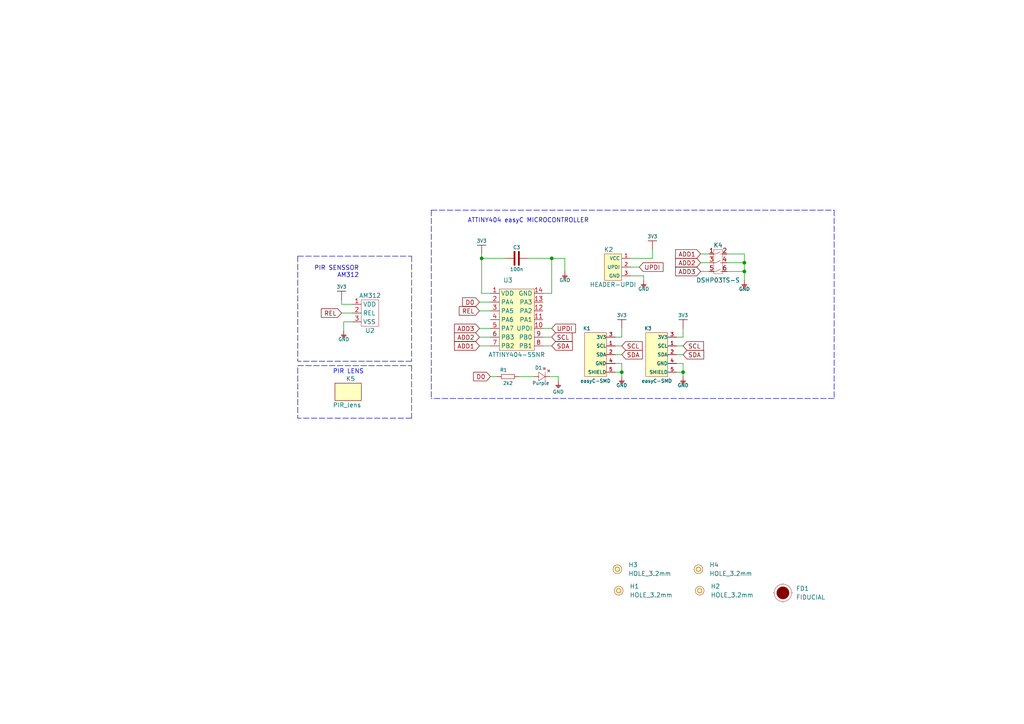
<source format=kicad_sch>
(kicad_sch (version 20211123) (generator eeschema)

  (uuid e63e39d7-6ac0-4ffd-8aa3-1841a4541b55)

  (paper "A4")

  (title_block
    (title "PIR Movement sensor board with easyC")
    (date "2023-05-18")
    (rev "V1.1.0.")
    (company "SOLDERED")
    (comment 1 "333179")
  )

  (lib_symbols
    (symbol "3V3_1" (power) (pin_names (offset 0)) (in_bom yes) (on_board yes)
      (property "Reference" "#PWR" (id 0) (at 4.445 0 0)
        (effects (font (size 1 1)) hide)
      )
      (property "Value" "3V3_1" (id 1) (at 0 3.556 0)
        (effects (font (size 1 1)))
      )
      (property "Footprint" "" (id 2) (at 4.445 3.81 0)
        (effects (font (size 1 1)) hide)
      )
      (property "Datasheet" "" (id 3) (at 4.445 3.81 0)
        (effects (font (size 1 1)) hide)
      )
      (property "ki_keywords" "power-flag" (id 4) (at 0 0 0)
        (effects (font (size 1.27 1.27)) hide)
      )
      (property "ki_description" "Power symbol creates a global label with name \"3V3\"" (id 5) (at 0 0 0)
        (effects (font (size 1.27 1.27)) hide)
      )
      (symbol "3V3_1_0_1"
        (polyline
          (pts
            (xy -1.27 2.54)
            (xy 1.27 2.54)
          )
          (stroke (width 0.16) (type default) (color 0 0 0 0))
          (fill (type none))
        )
        (polyline
          (pts
            (xy 0 0)
            (xy 0 2.54)
          )
          (stroke (width 0) (type default) (color 0 0 0 0))
          (fill (type none))
        )
      )
      (symbol "3V3_1_1_1"
        (pin power_in line (at 0 0 90) (length 0) hide
          (name "3V3" (effects (font (size 1.27 1.27))))
          (number "1" (effects (font (size 1.27 1.27))))
        )
      )
    )
    (symbol "3V3_2" (power) (pin_names (offset 0)) (in_bom yes) (on_board yes)
      (property "Reference" "#PWR" (id 0) (at 4.445 0 0)
        (effects (font (size 1 1)) hide)
      )
      (property "Value" "3V3_2" (id 1) (at 0 3.556 0)
        (effects (font (size 1 1)))
      )
      (property "Footprint" "" (id 2) (at 4.445 3.81 0)
        (effects (font (size 1 1)) hide)
      )
      (property "Datasheet" "" (id 3) (at 4.445 3.81 0)
        (effects (font (size 1 1)) hide)
      )
      (property "ki_keywords" "power-flag" (id 4) (at 0 0 0)
        (effects (font (size 1.27 1.27)) hide)
      )
      (property "ki_description" "Power symbol creates a global label with name \"3V3\"" (id 5) (at 0 0 0)
        (effects (font (size 1.27 1.27)) hide)
      )
      (symbol "3V3_2_0_1"
        (polyline
          (pts
            (xy -1.27 2.54)
            (xy 1.27 2.54)
          )
          (stroke (width 0.16) (type default) (color 0 0 0 0))
          (fill (type none))
        )
        (polyline
          (pts
            (xy 0 0)
            (xy 0 2.54)
          )
          (stroke (width 0) (type default) (color 0 0 0 0))
          (fill (type none))
        )
      )
      (symbol "3V3_2_1_1"
        (pin power_in line (at 0 0 90) (length 0) hide
          (name "3V3" (effects (font (size 1.27 1.27))))
          (number "1" (effects (font (size 1.27 1.27))))
        )
      )
    )
    (symbol "3V3_3" (power) (pin_names (offset 0)) (in_bom yes) (on_board yes)
      (property "Reference" "#PWR" (id 0) (at 4.445 0 0)
        (effects (font (size 1 1)) hide)
      )
      (property "Value" "3V3_3" (id 1) (at 0 3.556 0)
        (effects (font (size 1 1)))
      )
      (property "Footprint" "" (id 2) (at 4.445 3.81 0)
        (effects (font (size 1 1)) hide)
      )
      (property "Datasheet" "" (id 3) (at 4.445 3.81 0)
        (effects (font (size 1 1)) hide)
      )
      (property "ki_keywords" "power-flag" (id 4) (at 0 0 0)
        (effects (font (size 1.27 1.27)) hide)
      )
      (property "ki_description" "Power symbol creates a global label with name \"3V3\"" (id 5) (at 0 0 0)
        (effects (font (size 1.27 1.27)) hide)
      )
      (symbol "3V3_3_0_1"
        (polyline
          (pts
            (xy -1.27 2.54)
            (xy 1.27 2.54)
          )
          (stroke (width 0.16) (type default) (color 0 0 0 0))
          (fill (type none))
        )
        (polyline
          (pts
            (xy 0 0)
            (xy 0 2.54)
          )
          (stroke (width 0) (type default) (color 0 0 0 0))
          (fill (type none))
        )
      )
      (symbol "3V3_3_1_1"
        (pin power_in line (at 0 0 90) (length 0) hide
          (name "3V3" (effects (font (size 1.27 1.27))))
          (number "1" (effects (font (size 1.27 1.27))))
        )
      )
    )
    (symbol "3V3_4" (power) (pin_names (offset 0)) (in_bom yes) (on_board yes)
      (property "Reference" "#PWR" (id 0) (at 4.445 0 0)
        (effects (font (size 1 1)) hide)
      )
      (property "Value" "3V3_4" (id 1) (at 0 3.556 0)
        (effects (font (size 1 1)))
      )
      (property "Footprint" "" (id 2) (at 4.445 3.81 0)
        (effects (font (size 1 1)) hide)
      )
      (property "Datasheet" "" (id 3) (at 4.445 3.81 0)
        (effects (font (size 1 1)) hide)
      )
      (property "ki_keywords" "power-flag" (id 4) (at 0 0 0)
        (effects (font (size 1.27 1.27)) hide)
      )
      (property "ki_description" "Power symbol creates a global label with name \"3V3\"" (id 5) (at 0 0 0)
        (effects (font (size 1.27 1.27)) hide)
      )
      (symbol "3V3_4_0_1"
        (polyline
          (pts
            (xy -1.27 2.54)
            (xy 1.27 2.54)
          )
          (stroke (width 0.16) (type default) (color 0 0 0 0))
          (fill (type none))
        )
        (polyline
          (pts
            (xy 0 0)
            (xy 0 2.54)
          )
          (stroke (width 0) (type default) (color 0 0 0 0))
          (fill (type none))
        )
      )
      (symbol "3V3_4_1_1"
        (pin power_in line (at 0 0 90) (length 0) hide
          (name "3V3" (effects (font (size 1.27 1.27))))
          (number "1" (effects (font (size 1.27 1.27))))
        )
      )
    )
    (symbol "GND_1" (power) (pin_names (offset 0)) (in_bom yes) (on_board yes)
      (property "Reference" "#PWR" (id 0) (at 4.445 0 0)
        (effects (font (size 1 1)) hide)
      )
      (property "Value" "GND_1" (id 1) (at 0 -2.921 0)
        (effects (font (size 1 1)))
      )
      (property "Footprint" "" (id 2) (at 4.445 3.81 0)
        (effects (font (size 1 1)) hide)
      )
      (property "Datasheet" "" (id 3) (at 4.445 3.81 0)
        (effects (font (size 1 1)) hide)
      )
      (property "ki_keywords" "power-flag" (id 4) (at 0 0 0)
        (effects (font (size 1.27 1.27)) hide)
      )
      (property "ki_description" "Power symbol creates a global label with name \"GND\"" (id 5) (at 0 0 0)
        (effects (font (size 1.27 1.27)) hide)
      )
      (symbol "GND_1_0_1"
        (polyline
          (pts
            (xy -0.762 -1.27)
            (xy 0.762 -1.27)
          )
          (stroke (width 0.16) (type default) (color 0 0 0 0))
          (fill (type none))
        )
        (polyline
          (pts
            (xy -0.635 -1.524)
            (xy 0.635 -1.524)
          )
          (stroke (width 0.16) (type default) (color 0 0 0 0))
          (fill (type none))
        )
        (polyline
          (pts
            (xy -0.381 -1.778)
            (xy 0.381 -1.778)
          )
          (stroke (width 0.16) (type default) (color 0 0 0 0))
          (fill (type none))
        )
        (polyline
          (pts
            (xy -0.127 -2.032)
            (xy 0.127 -2.032)
          )
          (stroke (width 0.16) (type default) (color 0 0 0 0))
          (fill (type none))
        )
        (polyline
          (pts
            (xy 0 0)
            (xy 0 -1.27)
          )
          (stroke (width 0.16) (type default) (color 0 0 0 0))
          (fill (type none))
        )
      )
      (symbol "GND_1_1_1"
        (pin power_in line (at 0 0 270) (length 0) hide
          (name "GND" (effects (font (size 1.27 1.27))))
          (number "1" (effects (font (size 1.27 1.27))))
        )
      )
    )
    (symbol "GND_2" (power) (pin_names (offset 0)) (in_bom yes) (on_board yes)
      (property "Reference" "#PWR" (id 0) (at 4.445 0 0)
        (effects (font (size 1 1)) hide)
      )
      (property "Value" "GND_2" (id 1) (at 0 -2.921 0)
        (effects (font (size 1 1)))
      )
      (property "Footprint" "" (id 2) (at 4.445 3.81 0)
        (effects (font (size 1 1)) hide)
      )
      (property "Datasheet" "" (id 3) (at 4.445 3.81 0)
        (effects (font (size 1 1)) hide)
      )
      (property "ki_keywords" "power-flag" (id 4) (at 0 0 0)
        (effects (font (size 1.27 1.27)) hide)
      )
      (property "ki_description" "Power symbol creates a global label with name \"GND\"" (id 5) (at 0 0 0)
        (effects (font (size 1.27 1.27)) hide)
      )
      (symbol "GND_2_0_1"
        (polyline
          (pts
            (xy -0.762 -1.27)
            (xy 0.762 -1.27)
          )
          (stroke (width 0.16) (type default) (color 0 0 0 0))
          (fill (type none))
        )
        (polyline
          (pts
            (xy -0.635 -1.524)
            (xy 0.635 -1.524)
          )
          (stroke (width 0.16) (type default) (color 0 0 0 0))
          (fill (type none))
        )
        (polyline
          (pts
            (xy -0.381 -1.778)
            (xy 0.381 -1.778)
          )
          (stroke (width 0.16) (type default) (color 0 0 0 0))
          (fill (type none))
        )
        (polyline
          (pts
            (xy -0.127 -2.032)
            (xy 0.127 -2.032)
          )
          (stroke (width 0.16) (type default) (color 0 0 0 0))
          (fill (type none))
        )
        (polyline
          (pts
            (xy 0 0)
            (xy 0 -1.27)
          )
          (stroke (width 0.16) (type default) (color 0 0 0 0))
          (fill (type none))
        )
      )
      (symbol "GND_2_1_1"
        (pin power_in line (at 0 0 270) (length 0) hide
          (name "GND" (effects (font (size 1.27 1.27))))
          (number "1" (effects (font (size 1.27 1.27))))
        )
      )
    )
    (symbol "GND_3" (power) (pin_names (offset 0)) (in_bom yes) (on_board yes)
      (property "Reference" "#PWR" (id 0) (at 4.445 0 0)
        (effects (font (size 1 1)) hide)
      )
      (property "Value" "GND_3" (id 1) (at 0 -2.921 0)
        (effects (font (size 1 1)))
      )
      (property "Footprint" "" (id 2) (at 4.445 3.81 0)
        (effects (font (size 1 1)) hide)
      )
      (property "Datasheet" "" (id 3) (at 4.445 3.81 0)
        (effects (font (size 1 1)) hide)
      )
      (property "ki_keywords" "power-flag" (id 4) (at 0 0 0)
        (effects (font (size 1.27 1.27)) hide)
      )
      (property "ki_description" "Power symbol creates a global label with name \"GND\"" (id 5) (at 0 0 0)
        (effects (font (size 1.27 1.27)) hide)
      )
      (symbol "GND_3_0_1"
        (polyline
          (pts
            (xy -0.762 -1.27)
            (xy 0.762 -1.27)
          )
          (stroke (width 0.16) (type default) (color 0 0 0 0))
          (fill (type none))
        )
        (polyline
          (pts
            (xy -0.635 -1.524)
            (xy 0.635 -1.524)
          )
          (stroke (width 0.16) (type default) (color 0 0 0 0))
          (fill (type none))
        )
        (polyline
          (pts
            (xy -0.381 -1.778)
            (xy 0.381 -1.778)
          )
          (stroke (width 0.16) (type default) (color 0 0 0 0))
          (fill (type none))
        )
        (polyline
          (pts
            (xy -0.127 -2.032)
            (xy 0.127 -2.032)
          )
          (stroke (width 0.16) (type default) (color 0 0 0 0))
          (fill (type none))
        )
        (polyline
          (pts
            (xy 0 0)
            (xy 0 -1.27)
          )
          (stroke (width 0.16) (type default) (color 0 0 0 0))
          (fill (type none))
        )
      )
      (symbol "GND_3_1_1"
        (pin power_in line (at 0 0 270) (length 0) hide
          (name "GND" (effects (font (size 1.27 1.27))))
          (number "1" (effects (font (size 1.27 1.27))))
        )
      )
    )
    (symbol "GND_4" (power) (pin_names (offset 0)) (in_bom yes) (on_board yes)
      (property "Reference" "#PWR" (id 0) (at 4.445 0 0)
        (effects (font (size 1 1)) hide)
      )
      (property "Value" "GND_4" (id 1) (at 0 -2.921 0)
        (effects (font (size 1 1)))
      )
      (property "Footprint" "" (id 2) (at 4.445 3.81 0)
        (effects (font (size 1 1)) hide)
      )
      (property "Datasheet" "" (id 3) (at 4.445 3.81 0)
        (effects (font (size 1 1)) hide)
      )
      (property "ki_keywords" "power-flag" (id 4) (at 0 0 0)
        (effects (font (size 1.27 1.27)) hide)
      )
      (property "ki_description" "Power symbol creates a global label with name \"GND\"" (id 5) (at 0 0 0)
        (effects (font (size 1.27 1.27)) hide)
      )
      (symbol "GND_4_0_1"
        (polyline
          (pts
            (xy -0.762 -1.27)
            (xy 0.762 -1.27)
          )
          (stroke (width 0.16) (type default) (color 0 0 0 0))
          (fill (type none))
        )
        (polyline
          (pts
            (xy -0.635 -1.524)
            (xy 0.635 -1.524)
          )
          (stroke (width 0.16) (type default) (color 0 0 0 0))
          (fill (type none))
        )
        (polyline
          (pts
            (xy -0.381 -1.778)
            (xy 0.381 -1.778)
          )
          (stroke (width 0.16) (type default) (color 0 0 0 0))
          (fill (type none))
        )
        (polyline
          (pts
            (xy -0.127 -2.032)
            (xy 0.127 -2.032)
          )
          (stroke (width 0.16) (type default) (color 0 0 0 0))
          (fill (type none))
        )
        (polyline
          (pts
            (xy 0 0)
            (xy 0 -1.27)
          )
          (stroke (width 0.16) (type default) (color 0 0 0 0))
          (fill (type none))
        )
      )
      (symbol "GND_4_1_1"
        (pin power_in line (at 0 0 270) (length 0) hide
          (name "GND" (effects (font (size 1.27 1.27))))
          (number "1" (effects (font (size 1.27 1.27))))
        )
      )
    )
    (symbol "GND_5" (power) (pin_names (offset 0)) (in_bom yes) (on_board yes)
      (property "Reference" "#PWR" (id 0) (at 4.445 0 0)
        (effects (font (size 1 1)) hide)
      )
      (property "Value" "GND_5" (id 1) (at 0 -2.921 0)
        (effects (font (size 1 1)))
      )
      (property "Footprint" "" (id 2) (at 4.445 3.81 0)
        (effects (font (size 1 1)) hide)
      )
      (property "Datasheet" "" (id 3) (at 4.445 3.81 0)
        (effects (font (size 1 1)) hide)
      )
      (property "ki_keywords" "power-flag" (id 4) (at 0 0 0)
        (effects (font (size 1.27 1.27)) hide)
      )
      (property "ki_description" "Power symbol creates a global label with name \"GND\"" (id 5) (at 0 0 0)
        (effects (font (size 1.27 1.27)) hide)
      )
      (symbol "GND_5_0_1"
        (polyline
          (pts
            (xy -0.762 -1.27)
            (xy 0.762 -1.27)
          )
          (stroke (width 0.16) (type default) (color 0 0 0 0))
          (fill (type none))
        )
        (polyline
          (pts
            (xy -0.635 -1.524)
            (xy 0.635 -1.524)
          )
          (stroke (width 0.16) (type default) (color 0 0 0 0))
          (fill (type none))
        )
        (polyline
          (pts
            (xy -0.381 -1.778)
            (xy 0.381 -1.778)
          )
          (stroke (width 0.16) (type default) (color 0 0 0 0))
          (fill (type none))
        )
        (polyline
          (pts
            (xy -0.127 -2.032)
            (xy 0.127 -2.032)
          )
          (stroke (width 0.16) (type default) (color 0 0 0 0))
          (fill (type none))
        )
        (polyline
          (pts
            (xy 0 0)
            (xy 0 -1.27)
          )
          (stroke (width 0.16) (type default) (color 0 0 0 0))
          (fill (type none))
        )
      )
      (symbol "GND_5_1_1"
        (pin power_in line (at 0 0 270) (length 0) hide
          (name "GND" (effects (font (size 1.27 1.27))))
          (number "1" (effects (font (size 1.27 1.27))))
        )
      )
    )
    (symbol "e-radionica.com schematics:0402LED" (pin_numbers hide) (pin_names (offset 0.254) hide) (in_bom yes) (on_board yes)
      (property "Reference" "D" (id 0) (at -0.635 2.54 0)
        (effects (font (size 1 1)))
      )
      (property "Value" "0402LED" (id 1) (at 0 -2.54 0)
        (effects (font (size 1 1)))
      )
      (property "Footprint" "e-radionica.com footprinti:0402LED" (id 2) (at 0 -5.715 0)
        (effects (font (size 1 1)) hide)
      )
      (property "Datasheet" "" (id 3) (at 0 0 0)
        (effects (font (size 1 1)) hide)
      )
      (property "Package" "0402" (id 4) (at 0 -4.445 0)
        (effects (font (size 1.27 1.27)) hide)
      )
      (symbol "0402LED_0_1"
        (polyline
          (pts
            (xy -0.635 1.27)
            (xy 1.27 0)
          )
          (stroke (width 0.1) (type default) (color 0 0 0 0))
          (fill (type none))
        )
        (polyline
          (pts
            (xy 0.635 1.905)
            (xy 1.27 2.54)
          )
          (stroke (width 0.1) (type default) (color 0 0 0 0))
          (fill (type none))
        )
        (polyline
          (pts
            (xy 1.27 1.27)
            (xy 1.27 -1.27)
          )
          (stroke (width 0.1) (type default) (color 0 0 0 0))
          (fill (type none))
        )
        (polyline
          (pts
            (xy 1.905 1.27)
            (xy 2.54 1.905)
          )
          (stroke (width 0.1) (type default) (color 0 0 0 0))
          (fill (type none))
        )
        (polyline
          (pts
            (xy -0.635 1.27)
            (xy -0.635 -1.27)
            (xy 1.27 0)
          )
          (stroke (width 0.1) (type default) (color 0 0 0 0))
          (fill (type none))
        )
        (polyline
          (pts
            (xy 1.27 2.54)
            (xy 0.635 2.54)
            (xy 1.27 1.905)
            (xy 1.27 2.54)
          )
          (stroke (width 0.1) (type default) (color 0 0 0 0))
          (fill (type none))
        )
        (polyline
          (pts
            (xy 2.54 1.905)
            (xy 1.905 1.905)
            (xy 2.54 1.27)
            (xy 2.54 1.905)
          )
          (stroke (width 0.1) (type default) (color 0 0 0 0))
          (fill (type none))
        )
      )
      (symbol "0402LED_1_1"
        (pin passive line (at -1.905 0 0) (length 1.27)
          (name "A" (effects (font (size 1.27 1.27))))
          (number "1" (effects (font (size 1.27 1.27))))
        )
        (pin passive line (at 2.54 0 180) (length 1.27)
          (name "K" (effects (font (size 1.27 1.27))))
          (number "2" (effects (font (size 1.27 1.27))))
        )
      )
    )
    (symbol "e-radionica.com schematics:0402R" (pin_numbers hide) (pin_names (offset 0.254)) (in_bom yes) (on_board yes)
      (property "Reference" "R" (id 0) (at -1.905 1.27 0)
        (effects (font (size 1 1)))
      )
      (property "Value" "0402R" (id 1) (at 0 -1.27 0)
        (effects (font (size 1 1)))
      )
      (property "Footprint" "e-radionica.com footprinti:0402R" (id 2) (at -2.54 1.905 0)
        (effects (font (size 1 1)) hide)
      )
      (property "Datasheet" "" (id 3) (at -2.54 1.905 0)
        (effects (font (size 1 1)) hide)
      )
      (symbol "0402R_0_1"
        (rectangle (start -1.905 -0.635) (end 1.905 -0.6604)
          (stroke (width 0.1) (type default) (color 0 0 0 0))
          (fill (type none))
        )
        (rectangle (start -1.905 0.635) (end -1.8796 -0.635)
          (stroke (width 0.1) (type default) (color 0 0 0 0))
          (fill (type none))
        )
        (rectangle (start -1.905 0.635) (end 1.905 0.6096)
          (stroke (width 0.1) (type default) (color 0 0 0 0))
          (fill (type none))
        )
        (rectangle (start 1.905 0.635) (end 1.9304 -0.635)
          (stroke (width 0.1) (type default) (color 0 0 0 0))
          (fill (type none))
        )
      )
      (symbol "0402R_1_1"
        (pin passive line (at -3.175 0 0) (length 1.27)
          (name "~" (effects (font (size 1.27 1.27))))
          (number "1" (effects (font (size 1.27 1.27))))
        )
        (pin passive line (at 3.175 0 180) (length 1.27)
          (name "~" (effects (font (size 1.27 1.27))))
          (number "2" (effects (font (size 1.27 1.27))))
        )
      )
    )
    (symbol "e-radionica.com schematics:0603C" (pin_numbers hide) (pin_names (offset 0.002)) (in_bom yes) (on_board yes)
      (property "Reference" "C" (id 0) (at 0 3.81 0)
        (effects (font (size 1 1)))
      )
      (property "Value" "0603C" (id 1) (at 0 -3.175 0)
        (effects (font (size 1 1)))
      )
      (property "Footprint" "e-radionica.com footprinti:0603C" (id 2) (at 0.635 -4.445 0)
        (effects (font (size 1 1)) hide)
      )
      (property "Datasheet" "" (id 3) (at 0 0 0)
        (effects (font (size 1 1)) hide)
      )
      (symbol "0603C_0_1"
        (polyline
          (pts
            (xy -0.635 1.905)
            (xy -0.635 -1.905)
          )
          (stroke (width 0.5) (type default) (color 0 0 0 0))
          (fill (type none))
        )
        (polyline
          (pts
            (xy 0.635 1.905)
            (xy 0.635 -1.905)
          )
          (stroke (width 0.5) (type default) (color 0 0 0 0))
          (fill (type none))
        )
      )
      (symbol "0603C_1_1"
        (pin passive line (at -3.175 0 0) (length 2.54)
          (name "~" (effects (font (size 1.27 1.27))))
          (number "1" (effects (font (size 1.27 1.27))))
        )
        (pin passive line (at 3.175 0 180) (length 2.54)
          (name "~" (effects (font (size 1.27 1.27))))
          (number "2" (effects (font (size 1.27 1.27))))
        )
      )
    )
    (symbol "e-radionica.com schematics:3V3" (power) (pin_names (offset 0)) (in_bom yes) (on_board yes)
      (property "Reference" "#PWR" (id 0) (at 4.445 0 0)
        (effects (font (size 1 1)) hide)
      )
      (property "Value" "3V3" (id 1) (at 0 3.556 0)
        (effects (font (size 1 1)))
      )
      (property "Footprint" "" (id 2) (at 4.445 3.81 0)
        (effects (font (size 1 1)) hide)
      )
      (property "Datasheet" "" (id 3) (at 4.445 3.81 0)
        (effects (font (size 1 1)) hide)
      )
      (property "ki_keywords" "power-flag" (id 4) (at 0 0 0)
        (effects (font (size 1.27 1.27)) hide)
      )
      (property "ki_description" "Power symbol creates a global label with name \"3V3\"" (id 5) (at 0 0 0)
        (effects (font (size 1.27 1.27)) hide)
      )
      (symbol "3V3_0_1"
        (polyline
          (pts
            (xy -1.27 2.54)
            (xy 1.27 2.54)
          )
          (stroke (width 0.16) (type default) (color 0 0 0 0))
          (fill (type none))
        )
        (polyline
          (pts
            (xy 0 0)
            (xy 0 2.54)
          )
          (stroke (width 0) (type default) (color 0 0 0 0))
          (fill (type none))
        )
      )
      (symbol "3V3_1_1"
        (pin power_in line (at 0 0 90) (length 0) hide
          (name "3V3" (effects (font (size 1.27 1.27))))
          (number "1" (effects (font (size 1.27 1.27))))
        )
      )
    )
    (symbol "e-radionica.com schematics:ATTINY404-SSNR" (in_bom yes) (on_board yes)
      (property "Reference" "U" (id 0) (at 0 10.16 0)
        (effects (font (size 1.27 1.27)))
      )
      (property "Value" "ATTINY404-SSNR" (id 1) (at 0 -10.16 0)
        (effects (font (size 1.27 1.27)))
      )
      (property "Footprint" "e-radionica.com footprinti:SOIC-14" (id 2) (at 0 -11.43 0)
        (effects (font (size 1.27 1.27)) hide)
      )
      (property "Datasheet" "" (id 3) (at 0 -2.54 0)
        (effects (font (size 1.27 1.27)) hide)
      )
      (symbol "ATTINY404-SSNR_0_1"
        (rectangle (start -5.08 8.89) (end 5.08 -8.89)
          (stroke (width 0.1) (type default) (color 0 0 0 0))
          (fill (type background))
        )
      )
      (symbol "ATTINY404-SSNR_1_1"
        (pin power_in line (at -7.62 7.62 0) (length 2.54)
          (name "VDD" (effects (font (size 1.27 1.27))))
          (number "1" (effects (font (size 1.27 1.27))))
        )
        (pin bidirectional line (at 7.62 -2.54 180) (length 2.54)
          (name "UPDI" (effects (font (size 1.27 1.27))))
          (number "10" (effects (font (size 1.27 1.27))))
        )
        (pin bidirectional line (at 7.62 0 180) (length 2.54)
          (name "PA1" (effects (font (size 1.27 1.27))))
          (number "11" (effects (font (size 1.27 1.27))))
        )
        (pin bidirectional line (at 7.62 2.54 180) (length 2.54)
          (name "PA2" (effects (font (size 1.27 1.27))))
          (number "12" (effects (font (size 1.27 1.27))))
        )
        (pin bidirectional line (at 7.62 5.08 180) (length 2.54)
          (name "PA3" (effects (font (size 1.27 1.27))))
          (number "13" (effects (font (size 1.27 1.27))))
        )
        (pin power_in line (at 7.62 7.62 180) (length 2.54)
          (name "GND" (effects (font (size 1.27 1.27))))
          (number "14" (effects (font (size 1.27 1.27))))
        )
        (pin bidirectional line (at -7.62 5.08 0) (length 2.54)
          (name "PA4" (effects (font (size 1.27 1.27))))
          (number "2" (effects (font (size 1.27 1.27))))
        )
        (pin bidirectional line (at -7.62 2.54 0) (length 2.54)
          (name "PA5" (effects (font (size 1.27 1.27))))
          (number "3" (effects (font (size 1.27 1.27))))
        )
        (pin bidirectional line (at -7.62 0 0) (length 2.54)
          (name "PA6" (effects (font (size 1.27 1.27))))
          (number "4" (effects (font (size 1.27 1.27))))
        )
        (pin bidirectional line (at -7.62 -2.54 0) (length 2.54)
          (name "PA7" (effects (font (size 1.27 1.27))))
          (number "5" (effects (font (size 1.27 1.27))))
        )
        (pin bidirectional line (at -7.62 -5.08 0) (length 2.54)
          (name "PB3" (effects (font (size 1.27 1.27))))
          (number "6" (effects (font (size 1.27 1.27))))
        )
        (pin bidirectional line (at -7.62 -7.62 0) (length 2.54)
          (name "PB2" (effects (font (size 1.27 1.27))))
          (number "7" (effects (font (size 1.27 1.27))))
        )
        (pin bidirectional line (at 7.62 -7.62 180) (length 2.54)
          (name "PB1" (effects (font (size 1.27 1.27))))
          (number "8" (effects (font (size 1.27 1.27))))
        )
        (pin bidirectional line (at 7.62 -5.08 180) (length 2.54)
          (name "PB0" (effects (font (size 1.27 1.27))))
          (number "9" (effects (font (size 1.27 1.27))))
        )
      )
    )
    (symbol "e-radionica.com schematics:DSHP03TS-S" (in_bom yes) (on_board yes)
      (property "Reference" "K" (id 0) (at 0 5.08 0)
        (effects (font (size 1.27 1.27)))
      )
      (property "Value" "DSHP03TS-S" (id 1) (at 0 -5.08 0)
        (effects (font (size 1.27 1.27)))
      )
      (property "Footprint" "e-radionica.com footprinti:DSHP03TS-S" (id 2) (at -1.27 -7.62 0)
        (effects (font (size 1.27 1.27)) hide)
      )
      (property "Datasheet" "" (id 3) (at 0 0 0)
        (effects (font (size 1.27 1.27)) hide)
      )
      (property "ki_keywords" "DIP SW SWITCH " (id 4) (at 0 0 0)
        (effects (font (size 1.27 1.27)) hide)
      )
      (symbol "DSHP03TS-S_0_1"
        (rectangle (start -1.27 3.81) (end 1.27 -3.175)
          (stroke (width 0.0006) (type default) (color 0 0 0 0))
          (fill (type none))
        )
        (polyline
          (pts
            (xy 1.27 -2.54)
            (xy 0.635 -2.54)
          )
          (stroke (width 0.1) (type default) (color 0 0 0 0))
          (fill (type none))
        )
        (polyline
          (pts
            (xy 1.27 0)
            (xy 0.635 0)
          )
          (stroke (width 0.1) (type default) (color 0 0 0 0))
          (fill (type none))
        )
        (polyline
          (pts
            (xy 1.27 2.54)
            (xy 0.635 2.54)
          )
          (stroke (width 0.1) (type default) (color 0 0 0 0))
          (fill (type none))
        )
        (polyline
          (pts
            (xy -1.27 -2.54)
            (xy -0.635 -2.54)
            (xy 0.635 -1.905)
          )
          (stroke (width 0.1) (type default) (color 0 0 0 0))
          (fill (type none))
        )
        (polyline
          (pts
            (xy -1.27 0)
            (xy -0.635 0)
            (xy 0.635 0.635)
          )
          (stroke (width 0.1) (type default) (color 0 0 0 0))
          (fill (type none))
        )
        (polyline
          (pts
            (xy -1.27 2.54)
            (xy -0.635 2.54)
            (xy 0.635 3.175)
          )
          (stroke (width 0.1) (type default) (color 0 0 0 0))
          (fill (type none))
        )
      )
      (symbol "DSHP03TS-S_1_1"
        (pin bidirectional line (at -2.54 2.54 0) (length 1.27)
          (name "~" (effects (font (size 1.27 1.27))))
          (number "1" (effects (font (size 1.27 1.27))))
        )
        (pin bidirectional line (at 2.54 2.54 180) (length 1.27)
          (name "~" (effects (font (size 1.27 1.27))))
          (number "2" (effects (font (size 1.27 1.27))))
        )
        (pin bidirectional line (at -2.54 0 0) (length 1.27)
          (name "~" (effects (font (size 1.27 1.27))))
          (number "3" (effects (font (size 1.27 1.27))))
        )
        (pin bidirectional line (at 2.54 0 180) (length 1.27)
          (name "~" (effects (font (size 1.27 1.27))))
          (number "4" (effects (font (size 1.27 1.27))))
        )
        (pin bidirectional line (at -2.54 -2.54 0) (length 1.27)
          (name "~" (effects (font (size 1.27 1.27))))
          (number "5" (effects (font (size 1.27 1.27))))
        )
        (pin bidirectional line (at 2.54 -2.54 180) (length 1.27)
          (name "~" (effects (font (size 1.27 1.27))))
          (number "6" (effects (font (size 1.27 1.27))))
        )
      )
    )
    (symbol "e-radionica.com schematics:FIDUCIAL" (in_bom no) (on_board yes)
      (property "Reference" "FD" (id 0) (at 0 3.81 0)
        (effects (font (size 1.27 1.27)))
      )
      (property "Value" "FIDUCIAL" (id 1) (at 0 -3.81 0)
        (effects (font (size 1.27 1.27)))
      )
      (property "Footprint" "e-radionica.com footprinti:FIDUCIAL_23" (id 2) (at 0.254 -5.334 0)
        (effects (font (size 1.27 1.27)) hide)
      )
      (property "Datasheet" "" (id 3) (at 0 0 0)
        (effects (font (size 1.27 1.27)) hide)
      )
      (symbol "FIDUCIAL_0_1"
        (polyline
          (pts
            (xy -2.54 0)
            (xy -2.794 0)
          )
          (stroke (width 0.0006) (type default) (color 0 0 0 0))
          (fill (type none))
        )
        (polyline
          (pts
            (xy 0 -2.54)
            (xy 0 -2.794)
          )
          (stroke (width 0.0006) (type default) (color 0 0 0 0))
          (fill (type none))
        )
        (polyline
          (pts
            (xy 0 2.54)
            (xy 0 2.794)
          )
          (stroke (width 0.0006) (type default) (color 0 0 0 0))
          (fill (type none))
        )
        (polyline
          (pts
            (xy 2.54 0)
            (xy 2.794 0)
          )
          (stroke (width 0.0006) (type default) (color 0 0 0 0))
          (fill (type none))
        )
        (circle (center 0 0) (radius 1.7961)
          (stroke (width 0.001) (type default) (color 0 0 0 0))
          (fill (type outline))
        )
        (circle (center 0 0) (radius 2.54)
          (stroke (width 0.0006) (type default) (color 0 0 0 0))
          (fill (type none))
        )
      )
    )
    (symbol "e-radionica.com schematics:GND" (power) (pin_names (offset 0)) (in_bom yes) (on_board yes)
      (property "Reference" "#PWR" (id 0) (at 4.445 0 0)
        (effects (font (size 1 1)) hide)
      )
      (property "Value" "GND" (id 1) (at 0 -2.921 0)
        (effects (font (size 1 1)))
      )
      (property "Footprint" "" (id 2) (at 4.445 3.81 0)
        (effects (font (size 1 1)) hide)
      )
      (property "Datasheet" "" (id 3) (at 4.445 3.81 0)
        (effects (font (size 1 1)) hide)
      )
      (property "ki_keywords" "power-flag" (id 4) (at 0 0 0)
        (effects (font (size 1.27 1.27)) hide)
      )
      (property "ki_description" "Power symbol creates a global label with name \"GND\"" (id 5) (at 0 0 0)
        (effects (font (size 1.27 1.27)) hide)
      )
      (symbol "GND_0_1"
        (polyline
          (pts
            (xy -0.762 -1.27)
            (xy 0.762 -1.27)
          )
          (stroke (width 0.16) (type default) (color 0 0 0 0))
          (fill (type none))
        )
        (polyline
          (pts
            (xy -0.635 -1.524)
            (xy 0.635 -1.524)
          )
          (stroke (width 0.16) (type default) (color 0 0 0 0))
          (fill (type none))
        )
        (polyline
          (pts
            (xy -0.381 -1.778)
            (xy 0.381 -1.778)
          )
          (stroke (width 0.16) (type default) (color 0 0 0 0))
          (fill (type none))
        )
        (polyline
          (pts
            (xy -0.127 -2.032)
            (xy 0.127 -2.032)
          )
          (stroke (width 0.16) (type default) (color 0 0 0 0))
          (fill (type none))
        )
        (polyline
          (pts
            (xy 0 0)
            (xy 0 -1.27)
          )
          (stroke (width 0.16) (type default) (color 0 0 0 0))
          (fill (type none))
        )
      )
      (symbol "GND_1_1"
        (pin power_in line (at 0 0 270) (length 0) hide
          (name "GND" (effects (font (size 1.27 1.27))))
          (number "1" (effects (font (size 1.27 1.27))))
        )
      )
    )
    (symbol "e-radionica.com schematics:HEADER-UPDI" (in_bom yes) (on_board yes)
      (property "Reference" "K" (id 0) (at 0 5.08 0)
        (effects (font (size 1.27 1.27)))
      )
      (property "Value" "HEADER-UPDI" (id 1) (at 0 -5.08 0)
        (effects (font (size 1.27 1.27)))
      )
      (property "Footprint" "e-radionica.com footprinti:HEADER-UPDI" (id 2) (at 0 -7.62 0)
        (effects (font (size 1.27 1.27)) hide)
      )
      (property "Datasheet" "" (id 3) (at 2.54 0 0)
        (effects (font (size 1.27 1.27)) hide)
      )
      (symbol "HEADER-UPDI_0_1"
        (rectangle (start -2.54 3.81) (end 2.54 -3.81)
          (stroke (width 0.1) (type default) (color 0 0 0 0))
          (fill (type background))
        )
      )
      (symbol "HEADER-UPDI_1_1"
        (pin power_in line (at 5.08 2.54 180) (length 2.54)
          (name "VCC" (effects (font (size 1 1))))
          (number "1" (effects (font (size 1 1))))
        )
        (pin bidirectional line (at 5.08 0 180) (length 2.54)
          (name "UPDI" (effects (font (size 1 1))))
          (number "2" (effects (font (size 1 1))))
        )
        (pin power_in line (at 5.08 -2.54 180) (length 2.54)
          (name "GND" (effects (font (size 1 1))))
          (number "3" (effects (font (size 1 1))))
        )
      )
    )
    (symbol "e-radionica.com schematics:HOLE_3.2mm" (pin_numbers hide) (pin_names hide) (in_bom yes) (on_board yes)
      (property "Reference" "H" (id 0) (at 0 2.54 0)
        (effects (font (size 1.27 1.27)))
      )
      (property "Value" "HOLE_3.2mm" (id 1) (at 0 -2.54 0)
        (effects (font (size 1.27 1.27)))
      )
      (property "Footprint" "e-radionica.com footprinti:HOLE_3.2mm" (id 2) (at 0 -5.08 0)
        (effects (font (size 1.27 1.27)) hide)
      )
      (property "Datasheet" "" (id 3) (at 0 0 0)
        (effects (font (size 1.27 1.27)) hide)
      )
      (symbol "HOLE_3.2mm_0_1"
        (circle (center 0 0) (radius 0.635)
          (stroke (width 0.1) (type default) (color 0 0 0 0))
          (fill (type none))
        )
        (circle (center 0 0) (radius 1.27)
          (stroke (width 0.1) (type default) (color 0 0 0 0))
          (fill (type background))
        )
      )
    )
    (symbol "e-radionica.com schematics:PIR_lens" (in_bom yes) (on_board yes)
      (property "Reference" "K" (id 0) (at 0 3.81 0)
        (effects (font (size 1.27 1.27)))
      )
      (property "Value" "PIR_lens" (id 1) (at 0 -3.81 0)
        (effects (font (size 1.27 1.27)))
      )
      (property "Footprint" "e-radionica.com footprinti:PIR_senzor_kapica" (id 2) (at 0 -6.35 0)
        (effects (font (size 1.27 1.27)) hide)
      )
      (property "Datasheet" "" (id 3) (at 0 6.35 0)
        (effects (font (size 1.27 1.27)) hide)
      )
      (symbol "PIR_lens_0_1"
        (rectangle (start -3.81 2.54) (end 3.81 -2.54)
          (stroke (width 0) (type default) (color 0 0 0 0))
          (fill (type background))
        )
      )
    )
    (symbol "e-radionica.com schematics:PIR_senzor" (in_bom yes) (on_board yes)
      (property "Reference" "U" (id 0) (at 0 5.08 0)
        (effects (font (size 1.27 1.27)))
      )
      (property "Value" "PIR_senzor" (id 1) (at 0 -5.08 0)
        (effects (font (size 1.27 1.27)))
      )
      (property "Footprint" "e-radionica.com footprinti:PIR_senzor" (id 2) (at 0 -7.62 0)
        (effects (font (size 1.27 1.27)) hide)
      )
      (property "Datasheet" "" (id 3) (at -6.35 0 0)
        (effects (font (size 1.27 1.27)) hide)
      )
      (symbol "PIR_senzor_0_1"
        (rectangle (start -2.54 3.81) (end 2.54 -3.81)
          (stroke (width 0.0006) (type default) (color 0 0 0 0))
          (fill (type none))
        )
      )
      (symbol "PIR_senzor_1_1"
        (pin input line (at -5.08 2.54 0) (length 2.54)
          (name "VDD" (effects (font (size 1.27 1.27))))
          (number "1" (effects (font (size 1.27 1.27))))
        )
        (pin input line (at -5.08 0 0) (length 2.54)
          (name "REL" (effects (font (size 1.27 1.27))))
          (number "2" (effects (font (size 1.27 1.27))))
        )
        (pin input line (at -5.08 -2.54 0) (length 2.54)
          (name "VSS" (effects (font (size 1.27 1.27))))
          (number "3" (effects (font (size 1.27 1.27))))
        )
      )
    )
    (symbol "e-radionica.com schematics:easyC-SMD" (pin_names (offset 0.002)) (in_bom yes) (on_board yes)
      (property "Reference" "K" (id 0) (at 0 10.16 0)
        (effects (font (size 1 1)))
      )
      (property "Value" "easyC-SMD" (id 1) (at 0 -5.08 0)
        (effects (font (size 1 1)))
      )
      (property "Footprint" "e-radionica.com footprinti:easyC-connector" (id 2) (at 0 -6.35 0)
        (effects (font (size 1 1)) hide)
      )
      (property "Datasheet" "" (id 3) (at 3.175 2.54 0)
        (effects (font (size 1 1)) hide)
      )
      (symbol "easyC-SMD_0_1"
        (rectangle (start -3.175 8.89) (end 3.175 -3.81)
          (stroke (width 0.1) (type default) (color 0 0 0 0))
          (fill (type background))
        )
      )
      (symbol "easyC-SMD_1_1"
        (pin passive line (at 5.715 5.08 180) (length 2.54)
          (name "SCL" (effects (font (size 1 1))))
          (number "1" (effects (font (size 1 1))))
        )
        (pin passive line (at 5.715 2.54 180) (length 2.54)
          (name "SDA" (effects (font (size 1 1))))
          (number "2" (effects (font (size 1 1))))
        )
        (pin passive line (at 5.715 7.62 180) (length 2.54)
          (name "3V3" (effects (font (size 1 1))))
          (number "3" (effects (font (size 1 1))))
        )
        (pin passive line (at 5.715 0 180) (length 2.54)
          (name "GND" (effects (font (size 1 1))))
          (number "4" (effects (font (size 1 1))))
        )
        (pin passive line (at 5.715 -2.54 180) (length 2.54)
          (name "SHIELD" (effects (font (size 1 1))))
          (number "5" (effects (font (size 1 1))))
        )
      )
    )
    (symbol "easyC-SMD_1" (pin_names (offset 0.002)) (in_bom yes) (on_board yes)
      (property "Reference" "K" (id 0) (at 0 10.16 0)
        (effects (font (size 1 1)))
      )
      (property "Value" "easyC-SMD_1" (id 1) (at 0 -5.08 0)
        (effects (font (size 1 1)))
      )
      (property "Footprint" "e-radionica.com footprinti:easyC-connector" (id 2) (at 0 -6.35 0)
        (effects (font (size 1 1)) hide)
      )
      (property "Datasheet" "" (id 3) (at 3.175 2.54 0)
        (effects (font (size 1 1)) hide)
      )
      (symbol "easyC-SMD_1_0_1"
        (rectangle (start -3.175 8.89) (end 3.175 -3.81)
          (stroke (width 0.1) (type default) (color 0 0 0 0))
          (fill (type background))
        )
      )
      (symbol "easyC-SMD_1_1_1"
        (pin passive line (at 5.715 5.08 180) (length 2.54)
          (name "SCL" (effects (font (size 1 1))))
          (number "1" (effects (font (size 1 1))))
        )
        (pin passive line (at 5.715 2.54 180) (length 2.54)
          (name "SDA" (effects (font (size 1 1))))
          (number "2" (effects (font (size 1 1))))
        )
        (pin passive line (at 5.715 7.62 180) (length 2.54)
          (name "3V3" (effects (font (size 1 1))))
          (number "3" (effects (font (size 1 1))))
        )
        (pin passive line (at 5.715 0 180) (length 2.54)
          (name "GND" (effects (font (size 1 1))))
          (number "4" (effects (font (size 1 1))))
        )
        (pin passive line (at 5.715 -2.54 180) (length 2.54)
          (name "SHIELD" (effects (font (size 1 1))))
          (number "5" (effects (font (size 1 1))))
        )
      )
    )
  )

  (junction (at 215.9 76.2) (diameter 0.9144) (color 0 0 0 0)
    (uuid 059c55b9-3878-4a5d-8c36-f2e1ac20b66c)
  )
  (junction (at 198.12 107.95) (diameter 0.9144) (color 0 0 0 0)
    (uuid 0b8ceece-c05d-4f0e-b938-e90c8b58ba81)
  )
  (junction (at 139.7 74.93) (diameter 0.9144) (color 0 0 0 0)
    (uuid 37d1dfa4-5d65-41f6-b95b-52682d6e97aa)
  )
  (junction (at 180.34 107.95) (diameter 0.9144) (color 0 0 0 0)
    (uuid 91fab6d6-ef29-432f-80f4-5191a25f896a)
  )
  (junction (at 160.02 74.93) (diameter 0.9144) (color 0 0 0 0)
    (uuid a873e942-d614-4558-aa34-f59b59912653)
  )
  (junction (at 215.9 78.74) (diameter 0.9144) (color 0 0 0 0)
    (uuid f0660c30-1630-4fed-a3e9-3ee2ebca41e2)
  )

  (wire (pts (xy 180.34 107.95) (xy 180.34 109.22))
    (stroke (width 0) (type solid) (color 0 0 0 0))
    (uuid 036afffe-cbbf-4ead-9c0c-ea4c435dd04c)
  )
  (wire (pts (xy 178.435 97.79) (xy 180.34 97.79))
    (stroke (width 0) (type solid) (color 0 0 0 0))
    (uuid 097c0309-c6c3-4ba8-be84-f8e75f093831)
  )
  (wire (pts (xy 182.88 77.47) (xy 185.42 77.47))
    (stroke (width 0) (type solid) (color 0 0 0 0))
    (uuid 101cf0e0-bff1-4683-8835-f5664c549143)
  )
  (wire (pts (xy 186.69 80.01) (xy 186.69 81.28))
    (stroke (width 0) (type solid) (color 0 0 0 0))
    (uuid 11677706-5f63-43f7-ad71-df2b977f82fd)
  )
  (wire (pts (xy 153.035 74.93) (xy 160.02 74.93))
    (stroke (width 0) (type solid) (color 0 0 0 0))
    (uuid 11ec77c4-ba99-45b0-907a-173e45347d10)
  )
  (wire (pts (xy 198.12 97.79) (xy 198.12 95.25))
    (stroke (width 0) (type solid) (color 0 0 0 0))
    (uuid 14d177e6-f355-4bb1-8f3c-ce81903ebacb)
  )
  (polyline (pts (xy 241.935 115.57) (xy 125.095 115.57))
    (stroke (width 0) (type dash) (color 0 0 0 0))
    (uuid 17e5b642-051d-4e1e-b1cb-f47871102246)
  )

  (wire (pts (xy 139.065 95.25) (xy 142.24 95.25))
    (stroke (width 0) (type solid) (color 0 0 0 0))
    (uuid 1f2dc288-4960-4a9d-8c0d-3474d8b43843)
  )
  (wire (pts (xy 182.88 74.93) (xy 189.23 74.93))
    (stroke (width 0) (type solid) (color 0 0 0 0))
    (uuid 201a0ca7-5d89-410f-baa8-63fe4094eb66)
  )
  (wire (pts (xy 139.7 85.09) (xy 139.7 74.93))
    (stroke (width 0) (type solid) (color 0 0 0 0))
    (uuid 2416b761-64cf-46de-a335-39e84b411ea4)
  )
  (wire (pts (xy 139.065 87.63) (xy 142.24 87.63))
    (stroke (width 0) (type solid) (color 0 0 0 0))
    (uuid 2bed6ca1-bcbb-4623-afa9-a76487076467)
  )
  (wire (pts (xy 198.12 107.95) (xy 198.12 109.22))
    (stroke (width 0) (type solid) (color 0 0 0 0))
    (uuid 33f197c7-472d-407b-a7c3-ca5bf645861f)
  )
  (wire (pts (xy 139.065 97.79) (xy 142.24 97.79))
    (stroke (width 0) (type solid) (color 0 0 0 0))
    (uuid 3a02cedd-724f-40d8-bbef-61e3b75cada0)
  )
  (polyline (pts (xy 119.38 106.045) (xy 119.38 121.285))
    (stroke (width 0) (type default) (color 0 0 0 0))
    (uuid 3cccd899-baa5-4c47-ae9d-50438a1ca76e)
  )

  (wire (pts (xy 203.2 76.2) (xy 205.74 76.2))
    (stroke (width 0) (type solid) (color 0 0 0 0))
    (uuid 41512000-8ddc-4c35-95f9-181a97b6f8de)
  )
  (wire (pts (xy 102.235 88.265) (xy 99.06 88.265))
    (stroke (width 0) (type solid) (color 0 0 0 0))
    (uuid 4982e156-de78-456d-90b0-968d5cbcda0b)
  )
  (wire (pts (xy 196.215 102.87) (xy 198.12 102.87))
    (stroke (width 0) (type solid) (color 0 0 0 0))
    (uuid 4c3e1426-c6e6-4301-880c-cd7d6c3cf37c)
  )
  (wire (pts (xy 189.23 74.93) (xy 189.23 72.39))
    (stroke (width 0) (type solid) (color 0 0 0 0))
    (uuid 4da6302c-cd1f-4909-89d2-621a3bbeb204)
  )
  (wire (pts (xy 178.435 105.41) (xy 180.34 105.41))
    (stroke (width 0) (type solid) (color 0 0 0 0))
    (uuid 4e7cc6e5-aced-4989-bbbb-e93c89ac78a7)
  )
  (wire (pts (xy 180.34 105.41) (xy 180.34 107.95))
    (stroke (width 0) (type solid) (color 0 0 0 0))
    (uuid 56f55bb6-4eed-416b-b118-9d46bea66843)
  )
  (wire (pts (xy 160.02 85.09) (xy 157.48 85.09))
    (stroke (width 0) (type solid) (color 0 0 0 0))
    (uuid 5827dae2-8d8c-4f89-84c9-2b4c97f9f78f)
  )
  (wire (pts (xy 178.435 100.33) (xy 180.34 100.33))
    (stroke (width 0) (type solid) (color 0 0 0 0))
    (uuid 59ed5280-2b07-4e66-a7e0-df21615d622c)
  )
  (polyline (pts (xy 86.36 106.045) (xy 119.38 106.045))
    (stroke (width 0) (type default) (color 0 0 0 0))
    (uuid 5a378031-a0bf-4c77-abb8-867eb457a500)
  )

  (wire (pts (xy 157.48 100.33) (xy 160.02 100.33))
    (stroke (width 0) (type solid) (color 0 0 0 0))
    (uuid 5cdbfe3a-6a6c-490c-b6b3-60a00241230b)
  )
  (wire (pts (xy 142.24 85.09) (xy 139.7 85.09))
    (stroke (width 0) (type solid) (color 0 0 0 0))
    (uuid 600a126b-a6d3-4e08-b413-ce35e3c2d92f)
  )
  (wire (pts (xy 159.385 109.22) (xy 161.925 109.22))
    (stroke (width 0) (type solid) (color 0 0 0 0))
    (uuid 65ba1378-c986-45f1-9d10-63f5630b34c1)
  )
  (wire (pts (xy 178.435 102.87) (xy 180.34 102.87))
    (stroke (width 0) (type solid) (color 0 0 0 0))
    (uuid 665122c6-5978-4523-b37b-0e50a2a66731)
  )
  (polyline (pts (xy 119.38 121.285) (xy 86.36 121.285))
    (stroke (width 0) (type default) (color 0 0 0 0))
    (uuid 68f768e1-4e42-4d17-901f-c69d96aac222)
  )

  (wire (pts (xy 160.02 74.93) (xy 163.83 74.93))
    (stroke (width 0) (type solid) (color 0 0 0 0))
    (uuid 6a86cf05-0add-42b9-a9a0-9b4aeb996306)
  )
  (wire (pts (xy 160.02 74.93) (xy 160.02 85.09))
    (stroke (width 0) (type solid) (color 0 0 0 0))
    (uuid 6e71b84d-ba93-46db-b655-09de6e7c8c28)
  )
  (wire (pts (xy 163.83 74.93) (xy 163.83 78.74))
    (stroke (width 0) (type solid) (color 0 0 0 0))
    (uuid 7a7be03b-d30a-4fc6-abe7-e94916bf3a0b)
  )
  (polyline (pts (xy 125.095 60.96) (xy 125.095 115.57))
    (stroke (width 0) (type dash) (color 0 0 0 0))
    (uuid 813ef75f-ec48-44cb-be47-ea5dce18d1d4)
  )
  (polyline (pts (xy 241.935 60.96) (xy 241.935 115.57))
    (stroke (width 0) (type dash) (color 0 0 0 0))
    (uuid 8255a4a1-ab2d-4484-a456-579f6137ea5a)
  )

  (wire (pts (xy 139.065 100.33) (xy 142.24 100.33))
    (stroke (width 0) (type solid) (color 0 0 0 0))
    (uuid 888059b3-2471-43ee-a2b4-3fd09f693b37)
  )
  (polyline (pts (xy 86.36 106.68) (xy 86.36 121.285))
    (stroke (width 0) (type default) (color 0 0 0 0))
    (uuid 895bc083-0c84-42ec-a4d8-2083613e69b0)
  )

  (wire (pts (xy 99.06 88.265) (xy 99.06 86.995))
    (stroke (width 0) (type solid) (color 0 0 0 0))
    (uuid 90ce1fb9-707e-41fc-a4fe-907292ddf52a)
  )
  (wire (pts (xy 203.2 73.66) (xy 205.74 73.66))
    (stroke (width 0) (type solid) (color 0 0 0 0))
    (uuid 9ffa7a41-84e2-439f-ab9e-a1334179edc6)
  )
  (wire (pts (xy 196.215 97.79) (xy 198.12 97.79))
    (stroke (width 0) (type solid) (color 0 0 0 0))
    (uuid a21946e4-4c39-4737-801b-2250133670ba)
  )
  (wire (pts (xy 178.435 107.95) (xy 180.34 107.95))
    (stroke (width 0) (type solid) (color 0 0 0 0))
    (uuid a84b6748-b569-4076-91f9-9010a982772b)
  )
  (wire (pts (xy 139.065 90.17) (xy 142.24 90.17))
    (stroke (width 0) (type solid) (color 0 0 0 0))
    (uuid aade9b49-ca5a-42a0-aec3-2c819e72c349)
  )
  (wire (pts (xy 161.925 109.22) (xy 161.925 110.49))
    (stroke (width 0) (type solid) (color 0 0 0 0))
    (uuid ac2f1783-738d-48fe-bef9-44864c16e87c)
  )
  (polyline (pts (xy 86.36 74.295) (xy 119.38 74.295))
    (stroke (width 0) (type dash) (color 0 0 0 0))
    (uuid aca904c4-ccfd-48f6-a781-d97a54fd1792)
  )

  (wire (pts (xy 146.685 74.93) (xy 139.7 74.93))
    (stroke (width 0) (type solid) (color 0 0 0 0))
    (uuid b199093d-fc35-4a57-84d4-9203d9dc1821)
  )
  (polyline (pts (xy 125.095 60.96) (xy 241.935 60.96))
    (stroke (width 0) (type dash) (color 0 0 0 0))
    (uuid b3d7b958-bb22-4eab-8d78-ea0d69d46d8d)
  )
  (polyline (pts (xy 86.36 74.295) (xy 86.36 104.775))
    (stroke (width 0) (type dash) (color 0 0 0 0))
    (uuid b8c7ca99-ee74-4923-8ec4-6deb6954bf7f)
  )

  (wire (pts (xy 196.215 100.33) (xy 198.12 100.33))
    (stroke (width 0) (type solid) (color 0 0 0 0))
    (uuid bca23259-1e07-44fa-b682-a10aa954435a)
  )
  (wire (pts (xy 139.7 74.93) (xy 139.7 73.66))
    (stroke (width 0) (type solid) (color 0 0 0 0))
    (uuid c11bad25-a9cf-44c7-a96e-564f6c19521c)
  )
  (wire (pts (xy 215.9 76.2) (xy 215.9 78.74))
    (stroke (width 0) (type solid) (color 0 0 0 0))
    (uuid c2b59e2d-0fe7-43e7-af54-44a53e27c754)
  )
  (wire (pts (xy 215.9 73.66) (xy 215.9 76.2))
    (stroke (width 0) (type solid) (color 0 0 0 0))
    (uuid c57e2c9b-795f-49e5-8ca2-7169d63a4374)
  )
  (wire (pts (xy 157.48 95.25) (xy 160.02 95.25))
    (stroke (width 0) (type solid) (color 0 0 0 0))
    (uuid c5a264c8-44bb-476b-be97-40b7df78e32c)
  )
  (wire (pts (xy 102.235 93.345) (xy 99.695 93.345))
    (stroke (width 0) (type solid) (color 0 0 0 0))
    (uuid c6d1dca9-94f6-43e1-abc8-63c82fe7a697)
  )
  (wire (pts (xy 203.2 78.74) (xy 205.74 78.74))
    (stroke (width 0) (type solid) (color 0 0 0 0))
    (uuid ca268094-9355-4b91-985a-5a3fe3fac8eb)
  )
  (wire (pts (xy 210.82 76.2) (xy 215.9 76.2))
    (stroke (width 0) (type solid) (color 0 0 0 0))
    (uuid cdbabdff-d445-4ad0-8e7c-a52b2d06f74a)
  )
  (wire (pts (xy 210.82 73.66) (xy 215.9 73.66))
    (stroke (width 0) (type solid) (color 0 0 0 0))
    (uuid d47cd15e-87a5-4fca-ba12-29ea14d72c4e)
  )
  (polyline (pts (xy 119.38 74.295) (xy 119.38 104.775))
    (stroke (width 0) (type dash) (color 0 0 0 0))
    (uuid d7b2f41b-4c20-4904-a617-a11ffe804fc8)
  )

  (wire (pts (xy 157.48 97.79) (xy 160.02 97.79))
    (stroke (width 0) (type solid) (color 0 0 0 0))
    (uuid e0ff723e-9da4-419a-9b7c-537137a1c661)
  )
  (polyline (pts (xy 119.38 104.775) (xy 86.36 104.775))
    (stroke (width 0) (type dash) (color 0 0 0 0))
    (uuid e3fa7350-0aed-4d98-8ba7-eb706f1e5f37)
  )

  (wire (pts (xy 142.24 109.22) (xy 144.145 109.22))
    (stroke (width 0) (type solid) (color 0 0 0 0))
    (uuid e52d8b1b-2191-4fb3-8f27-d0b11b3d5574)
  )
  (wire (pts (xy 182.88 80.01) (xy 186.69 80.01))
    (stroke (width 0) (type solid) (color 0 0 0 0))
    (uuid e6f87877-896c-4e2e-b547-e5d4a90af9a1)
  )
  (wire (pts (xy 180.34 97.79) (xy 180.34 95.25))
    (stroke (width 0) (type solid) (color 0 0 0 0))
    (uuid e7aab7d4-78fb-4484-9ae2-48039fdcd717)
  )
  (wire (pts (xy 198.12 105.41) (xy 198.12 107.95))
    (stroke (width 0) (type solid) (color 0 0 0 0))
    (uuid ebea7d0f-62f1-4ebf-9c05-3f94e70a3b04)
  )
  (wire (pts (xy 99.06 90.805) (xy 102.235 90.805))
    (stroke (width 0) (type solid) (color 0 0 0 0))
    (uuid eda883e6-b8dc-4bcd-9b5e-73b387d527a6)
  )
  (wire (pts (xy 196.215 107.95) (xy 198.12 107.95))
    (stroke (width 0) (type solid) (color 0 0 0 0))
    (uuid f33443d6-9ce0-4906-9dc6-ee5820aacaec)
  )
  (wire (pts (xy 150.495 109.22) (xy 154.94 109.22))
    (stroke (width 0) (type solid) (color 0 0 0 0))
    (uuid f468e3bd-802f-4a5b-8b3e-9d656cb4dfb7)
  )
  (wire (pts (xy 99.695 93.345) (xy 99.695 95.885))
    (stroke (width 0) (type solid) (color 0 0 0 0))
    (uuid f5c4f120-c9aa-4405-b2ea-9bbf18070be2)
  )
  (wire (pts (xy 210.82 78.74) (xy 215.9 78.74))
    (stroke (width 0) (type solid) (color 0 0 0 0))
    (uuid f864b1b6-4eef-439c-a377-b3311f670600)
  )
  (wire (pts (xy 196.215 105.41) (xy 198.12 105.41))
    (stroke (width 0) (type solid) (color 0 0 0 0))
    (uuid f8702d64-093e-4b28-9543-c6dd1a57ed73)
  )
  (wire (pts (xy 215.9 78.74) (xy 215.9 81.28))
    (stroke (width 0) (type solid) (color 0 0 0 0))
    (uuid ff4b84a8-44fb-443b-a568-552d59e4da52)
  )

  (text "ATTINY404 easyC MICROCONTROLLER" (at 170.815 64.77 180)
    (effects (font (size 1.27 1.27)) (justify right bottom))
    (uuid 7d48fea1-5a07-43f0-9ab1-5fc2a66580c1)
  )
  (text "PIR LENS" (at 96.52 108.585 0)
    (effects (font (size 1.27 1.27)) (justify left bottom))
    (uuid c35c0822-5f46-49b7-8c5f-b08edd39cc53)
  )
  (text "PIR SENSSOR\nAM312" (at 104.14 80.645 180)
    (effects (font (size 1.27 1.27)) (justify right bottom))
    (uuid d8474f3f-820a-4424-8436-2571d4e2386c)
  )

  (global_label "ADD3" (shape input) (at 139.065 95.25 180)
    (effects (font (size 1.27 1.27)) (justify right))
    (uuid 0839ce8d-bc94-4a18-9387-0ce4b277e1aa)
    (property "Intersheet References" "${INTERSHEET_REFS}" (id 0) (at 130.2898 95.1706 0)
      (effects (font (size 1.27 1.27)) (justify right) hide)
    )
  )
  (global_label "REL" (shape input) (at 139.065 90.17 180)
    (effects (font (size 1.27 1.27)) (justify right))
    (uuid 0c1226a6-c4d0-4053-a990-027006568ded)
    (property "Intersheet References" "${INTERSHEET_REFS}" (id 0) (at 131.6808 90.2494 0)
      (effects (font (size 1.27 1.27)) (justify right) hide)
    )
  )
  (global_label "D0" (shape input) (at 142.24 109.22 180)
    (effects (font (size 1.27 1.27)) (justify right))
    (uuid 147ddcca-5eb3-4302-b1bf-01383fc9ed96)
    (property "Intersheet References" "${INTERSHEET_REFS}" (id 0) (at 135.8234 109.1406 0)
      (effects (font (size 1.27 1.27)) (justify right) hide)
    )
  )
  (global_label "SCL" (shape input) (at 180.34 100.33 0)
    (effects (font (size 1.27 1.27)) (justify left))
    (uuid 215758b7-a6fb-4570-97eb-4cb848bf40d9)
    (property "Intersheet References" "${INTERSHEET_REFS}" (id 0) (at 187.7847 100.2506 0)
      (effects (font (size 1.27 1.27)) (justify left) hide)
    )
  )
  (global_label "ADD2" (shape input) (at 139.065 97.79 180)
    (effects (font (size 1.27 1.27)) (justify right))
    (uuid 25b5bd75-5df8-41e4-aee3-b067f228cacf)
    (property "Intersheet References" "${INTERSHEET_REFS}" (id 0) (at 130.2898 97.7106 0)
      (effects (font (size 1.27 1.27)) (justify right) hide)
    )
  )
  (global_label "D0" (shape input) (at 139.065 87.63 180)
    (effects (font (size 1.27 1.27)) (justify right))
    (uuid 36d12c11-edfd-4a90-8686-995da7ce1748)
    (property "Intersheet References" "${INTERSHEET_REFS}" (id 0) (at 132.6484 87.5506 0)
      (effects (font (size 1.27 1.27)) (justify right) hide)
    )
  )
  (global_label "SDA" (shape input) (at 160.02 100.33 0)
    (effects (font (size 1.27 1.27)) (justify left))
    (uuid 3745d030-b1db-42b3-88e5-5fb982cc9164)
    (property "Intersheet References" "${INTERSHEET_REFS}" (id 0) (at 167.5252 100.4094 0)
      (effects (font (size 1.27 1.27)) (justify left) hide)
    )
  )
  (global_label "SCL" (shape input) (at 160.02 97.79 0)
    (effects (font (size 1.27 1.27)) (justify left))
    (uuid 3c4329db-4ede-479c-997c-374e89902f61)
    (property "Intersheet References" "${INTERSHEET_REFS}" (id 0) (at 167.4647 97.7106 0)
      (effects (font (size 1.27 1.27)) (justify left) hide)
    )
  )
  (global_label "UPDI" (shape input) (at 160.02 95.25 0)
    (effects (font (size 1.27 1.27)) (justify left))
    (uuid 4792c2b5-7bb0-4ba2-b6f2-3ef1f0e802ce)
    (property "Intersheet References" "${INTERSHEET_REFS}" (id 0) (at 168.4323 95.1706 0)
      (effects (font (size 1.27 1.27)) (justify left) hide)
    )
  )
  (global_label "ADD3" (shape input) (at 203.2 78.74 180)
    (effects (font (size 1.27 1.27)) (justify right))
    (uuid 659697ef-1fff-4bfd-84cb-8690a980c4b2)
    (property "Intersheet References" "${INTERSHEET_REFS}" (id 0) (at 194.4248 78.6606 0)
      (effects (font (size 1.27 1.27)) (justify right) hide)
    )
  )
  (global_label "UPDI" (shape input) (at 185.42 77.47 0)
    (effects (font (size 1.27 1.27)) (justify left))
    (uuid 675bb9b6-2005-4a9f-96b9-341a2d5d4912)
    (property "Intersheet References" "${INTERSHEET_REFS}" (id 0) (at 193.8323 77.3906 0)
      (effects (font (size 1.27 1.27)) (justify left) hide)
    )
  )
  (global_label "ADD1" (shape input) (at 139.065 100.33 180)
    (effects (font (size 1.27 1.27)) (justify right))
    (uuid 76cec44e-1374-41e1-9e39-24281d608b83)
    (property "Intersheet References" "${INTERSHEET_REFS}" (id 0) (at 130.2898 100.2506 0)
      (effects (font (size 1.27 1.27)) (justify right) hide)
    )
  )
  (global_label "SCL" (shape input) (at 198.12 100.33 0)
    (effects (font (size 1.27 1.27)) (justify left))
    (uuid 7a34034d-827a-48d2-9ea5-ae8128e3a135)
    (property "Intersheet References" "${INTERSHEET_REFS}" (id 0) (at 205.5647 100.2506 0)
      (effects (font (size 1.27 1.27)) (justify left) hide)
    )
  )
  (global_label "ADD2" (shape input) (at 203.2 76.2 180)
    (effects (font (size 1.27 1.27)) (justify right))
    (uuid 94a13df2-3769-436a-b0de-767acbdcaaeb)
    (property "Intersheet References" "${INTERSHEET_REFS}" (id 0) (at 194.4248 76.1206 0)
      (effects (font (size 1.27 1.27)) (justify right) hide)
    )
  )
  (global_label "REL" (shape input) (at 99.06 90.805 180)
    (effects (font (size 1.27 1.27)) (justify right))
    (uuid a76a5f8b-8d7a-4ad9-b3f1-1f9e219f5e68)
    (property "Intersheet References" "${INTERSHEET_REFS}" (id 0) (at 91.6758 90.8844 0)
      (effects (font (size 1.27 1.27)) (justify right) hide)
    )
  )
  (global_label "SDA" (shape input) (at 198.12 102.87 0)
    (effects (font (size 1.27 1.27)) (justify left))
    (uuid bfb1d728-5367-4e16-a311-9bc76f3c8670)
    (property "Intersheet References" "${INTERSHEET_REFS}" (id 0) (at 205.6252 102.7906 0)
      (effects (font (size 1.27 1.27)) (justify left) hide)
    )
  )
  (global_label "ADD1" (shape input) (at 203.2 73.66 180)
    (effects (font (size 1.27 1.27)) (justify right))
    (uuid d17a8152-3efa-4cbc-b6d7-fac93119bd8f)
    (property "Intersheet References" "${INTERSHEET_REFS}" (id 0) (at 194.4248 73.5806 0)
      (effects (font (size 1.27 1.27)) (justify right) hide)
    )
  )
  (global_label "SDA" (shape input) (at 180.34 102.87 0)
    (effects (font (size 1.27 1.27)) (justify left))
    (uuid edc7f88c-adf7-4cda-8c33-e16d801826cd)
    (property "Intersheet References" "${INTERSHEET_REFS}" (id 0) (at 187.8452 102.7906 0)
      (effects (font (size 1.27 1.27)) (justify left) hide)
    )
  )

  (symbol (lib_id "e-radionica.com schematics:DSHP03TS-S") (at 208.28 76.2 0) (unit 1)
    (in_bom yes) (on_board yes)
    (uuid 026d934d-d564-4c37-9113-57bb727fc2e9)
    (property "Reference" "K4" (id 0) (at 208.28 71.12 0))
    (property "Value" "DSHP03TS-S" (id 1) (at 208.28 81.28 0))
    (property "Footprint" "e-radionica.com footprinti:DSHP03TS-S" (id 2) (at 207.01 83.82 0)
      (effects (font (size 1.27 1.27)) hide)
    )
    (property "Datasheet" "" (id 3) (at 208.28 76.2 0)
      (effects (font (size 1.27 1.27)) hide)
    )
    (pin "1" (uuid afb8b546-2d34-49f9-b048-809d9d067ebb))
    (pin "2" (uuid a36d7b4b-db39-449f-92b3-ad84819e8020))
    (pin "3" (uuid fd1b2abd-acdb-456a-b12a-78be5659d6b2))
    (pin "4" (uuid 241e4967-98ec-42a7-b49a-322999e65405))
    (pin "5" (uuid c611bc05-49b5-40ec-8cdb-1a1bb2d058ad))
    (pin "6" (uuid fb7c97ee-bfba-49df-b0a6-949d8c1dbc80))
  )

  (symbol (lib_id "e-radionica.com schematics:HOLE_3.2mm") (at 202.565 165.1 0) (unit 1)
    (in_bom yes) (on_board yes) (fields_autoplaced)
    (uuid 0a2b5435-df6f-448f-96cd-9db62b5b9e70)
    (property "Reference" "H4" (id 0) (at 205.74 163.8299 0)
      (effects (font (size 1.27 1.27)) (justify left))
    )
    (property "Value" "HOLE_3.2mm" (id 1) (at 205.74 166.3699 0)
      (effects (font (size 1.27 1.27)) (justify left))
    )
    (property "Footprint" "e-radionica.com footprinti:HOLE_3.2mm" (id 2) (at 202.565 170.18 0)
      (effects (font (size 1.27 1.27)) hide)
    )
    (property "Datasheet" "" (id 3) (at 202.565 165.1 0)
      (effects (font (size 1.27 1.27)) hide)
    )
  )

  (symbol (lib_name "GND_5") (lib_id "e-radionica.com schematics:GND") (at 198.12 109.22 0) (unit 1)
    (in_bom yes) (on_board yes)
    (uuid 11eb59b4-fb16-4f8e-b153-7dbc577060b1)
    (property "Reference" "#PWR0101" (id 0) (at 202.565 109.22 0)
      (effects (font (size 1 1)) hide)
    )
    (property "Value" "GND" (id 1) (at 198.12 111.76 0)
      (effects (font (size 1 1)))
    )
    (property "Footprint" "" (id 2) (at 202.565 105.41 0)
      (effects (font (size 1 1)) hide)
    )
    (property "Datasheet" "" (id 3) (at 202.565 105.41 0)
      (effects (font (size 1 1)) hide)
    )
    (pin "1" (uuid 1ba61ca8-eff1-4195-94e0-1ee4595db443))
  )

  (symbol (lib_id "e-radionica.com schematics:HOLE_3.2mm") (at 179.451 171.323 0) (unit 1)
    (in_bom yes) (on_board yes) (fields_autoplaced)
    (uuid 1c7a0119-26e5-4ed6-aa09-b9eecec237ea)
    (property "Reference" "H1" (id 0) (at 182.626 170.0529 0)
      (effects (font (size 1.27 1.27)) (justify left))
    )
    (property "Value" "HOLE_3.2mm" (id 1) (at 182.626 172.5929 0)
      (effects (font (size 1.27 1.27)) (justify left))
    )
    (property "Footprint" "e-radionica.com footprinti:HOLE_3.2mm" (id 2) (at 179.451 176.403 0)
      (effects (font (size 1.27 1.27)) hide)
    )
    (property "Datasheet" "" (id 3) (at 179.451 171.323 0)
      (effects (font (size 1.27 1.27)) hide)
    )
  )

  (symbol (lib_id "e-radionica.com schematics:HOLE_3.2mm") (at 179.07 165.1 0) (unit 1)
    (in_bom yes) (on_board yes) (fields_autoplaced)
    (uuid 2733a655-db42-498b-a705-184e4fe256a3)
    (property "Reference" "H3" (id 0) (at 182.245 163.8299 0)
      (effects (font (size 1.27 1.27)) (justify left))
    )
    (property "Value" "HOLE_3.2mm" (id 1) (at 182.245 166.3699 0)
      (effects (font (size 1.27 1.27)) (justify left))
    )
    (property "Footprint" "e-radionica.com footprinti:HOLE_3.2mm" (id 2) (at 179.07 170.18 0)
      (effects (font (size 1.27 1.27)) hide)
    )
    (property "Datasheet" "" (id 3) (at 179.07 165.1 0)
      (effects (font (size 1.27 1.27)) hide)
    )
  )

  (symbol (lib_id "e-radionica.com schematics:0603C") (at 149.86 74.93 0) (unit 1)
    (in_bom yes) (on_board yes)
    (uuid 357049db-c668-4a77-9a25-ce8b90dfd32b)
    (property "Reference" "C3" (id 0) (at 149.86 71.755 0)
      (effects (font (size 1 1)))
    )
    (property "Value" "100n" (id 1) (at 149.86 78.105 0)
      (effects (font (size 1 1)))
    )
    (property "Footprint" "e-radionica.com footprinti:0603C" (id 2) (at 149.86 74.93 0)
      (effects (font (size 1 1)) hide)
    )
    (property "Datasheet" "" (id 3) (at 149.86 74.93 0)
      (effects (font (size 1 1)) hide)
    )
    (pin "1" (uuid 483ee375-806b-49a8-b71d-1527b4383c9b))
    (pin "2" (uuid a05b7b41-d584-47db-9de6-426482000335))
  )

  (symbol (lib_id "e-radionica.com schematics:FIDUCIAL") (at 227.076 171.958 0) (unit 1)
    (in_bom no) (on_board yes) (fields_autoplaced)
    (uuid 35cb68f1-fd20-49e7-8b81-8ffdb417071e)
    (property "Reference" "FD1" (id 0) (at 230.886 170.6879 0)
      (effects (font (size 1.27 1.27)) (justify left))
    )
    (property "Value" "FIDUCIAL" (id 1) (at 230.886 173.2279 0)
      (effects (font (size 1.27 1.27)) (justify left))
    )
    (property "Footprint" "e-radionica.com footprinti:FIDUCIAL_23" (id 2) (at 227.33 177.292 0)
      (effects (font (size 1.27 1.27)) hide)
    )
    (property "Datasheet" "" (id 3) (at 227.076 171.958 0)
      (effects (font (size 1.27 1.27)) hide)
    )
  )

  (symbol (lib_name "3V3_3") (lib_id "e-radionica.com schematics:3V3") (at 189.23 72.39 0) (unit 1)
    (in_bom yes) (on_board yes)
    (uuid 3c44e781-1190-4e9e-8bbc-c825cbc80c09)
    (property "Reference" "#PWR0105" (id 0) (at 193.675 72.39 0)
      (effects (font (size 1 1)) hide)
    )
    (property "Value" "3V3" (id 1) (at 189.23 68.58 0)
      (effects (font (size 1 1)))
    )
    (property "Footprint" "" (id 2) (at 193.675 68.58 0)
      (effects (font (size 1 1)) hide)
    )
    (property "Datasheet" "" (id 3) (at 193.675 68.58 0)
      (effects (font (size 1 1)) hide)
    )
    (pin "1" (uuid 55ffb2eb-e7fb-4caf-be2c-f1ed2f30ec94))
  )

  (symbol (lib_id "e-radionica.com schematics:3V3") (at 99.06 86.995 0) (unit 1)
    (in_bom yes) (on_board yes)
    (uuid 3f329254-e26b-498f-9efe-c25ffc82973e)
    (property "Reference" "#PWR0121" (id 0) (at 103.505 86.995 0)
      (effects (font (size 1 1)) hide)
    )
    (property "Value" "3V3" (id 1) (at 99.06 83.185 0)
      (effects (font (size 1 1)))
    )
    (property "Footprint" "" (id 2) (at 103.505 83.185 0)
      (effects (font (size 1 1)) hide)
    )
    (property "Datasheet" "" (id 3) (at 103.505 83.185 0)
      (effects (font (size 1 1)) hide)
    )
    (pin "1" (uuid a6fd1adf-6ab4-4de6-a7ae-5f7071bfd42d))
  )

  (symbol (lib_id "e-radionica.com schematics:GND") (at 99.695 95.885 0) (unit 1)
    (in_bom yes) (on_board yes)
    (uuid 428c5372-32aa-46e6-a832-c8b15e94cc5b)
    (property "Reference" "#PWR0122" (id 0) (at 104.14 95.885 0)
      (effects (font (size 1 1)) hide)
    )
    (property "Value" "GND" (id 1) (at 99.695 98.425 0)
      (effects (font (size 1 1)))
    )
    (property "Footprint" "" (id 2) (at 104.14 92.075 0)
      (effects (font (size 1 1)) hide)
    )
    (property "Datasheet" "" (id 3) (at 104.14 92.075 0)
      (effects (font (size 1 1)) hide)
    )
    (pin "1" (uuid 0b41af70-66d7-47e0-ae7f-a51ee9abf457))
  )

  (symbol (lib_id "e-radionica.com schematics:GND") (at 215.9 81.28 0) (unit 1)
    (in_bom yes) (on_board yes)
    (uuid 46a31d9d-311e-4951-9580-8458ea12a084)
    (property "Reference" "#PWR0110" (id 0) (at 220.345 81.28 0)
      (effects (font (size 1 1)) hide)
    )
    (property "Value" "GND" (id 1) (at 215.9 83.82 0)
      (effects (font (size 1 1)))
    )
    (property "Footprint" "" (id 2) (at 220.345 77.47 0)
      (effects (font (size 1 1)) hide)
    )
    (property "Datasheet" "" (id 3) (at 220.345 77.47 0)
      (effects (font (size 1 1)) hide)
    )
    (pin "1" (uuid d765feb8-0d2b-4f91-9055-021e050d2c2d))
  )

  (symbol (lib_name "GND_2") (lib_id "e-radionica.com schematics:GND") (at 186.69 81.28 0) (unit 1)
    (in_bom yes) (on_board yes)
    (uuid 4a1cfed3-30cf-4c54-9500-d2ce3443bf5d)
    (property "Reference" "#PWR0104" (id 0) (at 191.135 81.28 0)
      (effects (font (size 1 1)) hide)
    )
    (property "Value" "GND" (id 1) (at 186.69 83.82 0)
      (effects (font (size 1 1)))
    )
    (property "Footprint" "" (id 2) (at 191.135 77.47 0)
      (effects (font (size 1 1)) hide)
    )
    (property "Datasheet" "" (id 3) (at 191.135 77.47 0)
      (effects (font (size 1 1)) hide)
    )
    (pin "1" (uuid 93f0c4e8-9d67-428c-9664-8fa4164531ef))
  )

  (symbol (lib_name "GND_4") (lib_id "e-radionica.com schematics:GND") (at 180.34 109.22 0) (unit 1)
    (in_bom yes) (on_board yes)
    (uuid 67193e61-d6ec-495c-a7e9-03793b500be1)
    (property "Reference" "#PWR0107" (id 0) (at 184.785 109.22 0)
      (effects (font (size 1 1)) hide)
    )
    (property "Value" "GND" (id 1) (at 180.34 111.76 0)
      (effects (font (size 1 1)))
    )
    (property "Footprint" "" (id 2) (at 184.785 105.41 0)
      (effects (font (size 1 1)) hide)
    )
    (property "Datasheet" "" (id 3) (at 184.785 105.41 0)
      (effects (font (size 1 1)) hide)
    )
    (pin "1" (uuid 8343fa38-8498-4902-a32d-1c52f3862967))
  )

  (symbol (lib_id "e-radionica.com schematics:0402LED") (at 156.845 109.22 0) (unit 1)
    (in_bom yes) (on_board yes)
    (uuid 74723815-ff24-4751-bdf7-c3366d66938c)
    (property "Reference" "D1" (id 0) (at 156.21 106.68 0)
      (effects (font (size 1 1)))
    )
    (property "Value" "Purple" (id 1) (at 156.845 111.125 0)
      (effects (font (size 1 1)))
    )
    (property "Footprint" "e-radionica.com footprinti:0402LED" (id 2) (at 156.845 104.14 0)
      (effects (font (size 1 1)) hide)
    )
    (property "Datasheet" "" (id 3) (at 156.845 109.22 0)
      (effects (font (size 1 1)) hide)
    )
    (property "Package" "0402" (id 4) (at 156.845 109.22 0)
      (effects (font (size 1.27 1.27)) hide)
    )
    (pin "1" (uuid c083c486-b973-42d0-b821-adaa33b07eda))
    (pin "2" (uuid ebf88075-73e2-4b25-844b-28376450bdd6))
  )

  (symbol (lib_id "e-radionica.com schematics:0402R") (at 147.32 109.22 0) (unit 1)
    (in_bom yes) (on_board yes)
    (uuid 8080663a-b368-479b-b0c0-c970c95c620f)
    (property "Reference" "R1" (id 0) (at 146.05 107.315 0)
      (effects (font (size 1 1)))
    )
    (property "Value" "2k2" (id 1) (at 147.32 111.125 0)
      (effects (font (size 1 1)))
    )
    (property "Footprint" "e-radionica.com footprinti:0402R" (id 2) (at 144.78 107.315 0)
      (effects (font (size 1 1)) hide)
    )
    (property "Datasheet" "" (id 3) (at 144.78 107.315 0)
      (effects (font (size 1 1)) hide)
    )
    (pin "1" (uuid e4e15119-ae70-490d-80a8-8a2039342a2a))
    (pin "2" (uuid d98937cd-28a5-40ae-ab04-40417579821b))
  )

  (symbol (lib_id "e-radionica.com schematics:PIR_senzor") (at 107.315 90.805 0) (unit 1)
    (in_bom yes) (on_board yes)
    (uuid 877c528a-e7e6-4e8e-9927-25c97af94b82)
    (property "Reference" "U2" (id 0) (at 107.315 95.885 0))
    (property "Value" "AM312" (id 1) (at 107.315 85.725 0))
    (property "Footprint" "e-radionica.com footprinti:PIR_senzor" (id 2) (at 100.965 90.805 0)
      (effects (font (size 1.27 1.27)) hide)
    )
    (property "Datasheet" "" (id 3) (at 100.965 90.805 0)
      (effects (font (size 1.27 1.27)) hide)
    )
    (pin "1" (uuid a6d25767-7b35-48bf-a9dc-9c26300d2974))
    (pin "2" (uuid d716fb85-c6c7-46c7-b548-65e7b7f85353))
    (pin "3" (uuid cc42866f-da78-4169-bd3b-c6aed27c52b2))
  )

  (symbol (lib_id "e-radionica.com schematics:easyC-SMD") (at 190.5 105.41 0) (unit 1)
    (in_bom yes) (on_board yes)
    (uuid 898c0094-ff4f-4630-91c1-84e767f091ad)
    (property "Reference" "K3" (id 0) (at 187.96 95.25 0)
      (effects (font (size 1 1)))
    )
    (property "Value" "easyC-SMD" (id 1) (at 190.5 110.49 0)
      (effects (font (size 1 1)))
    )
    (property "Footprint" "e-radionica.com footprinti:easyC-connector" (id 2) (at 193.675 102.87 0)
      (effects (font (size 1 1)) hide)
    )
    (property "Datasheet" "" (id 3) (at 193.675 102.87 0)
      (effects (font (size 1 1)) hide)
    )
    (pin "1" (uuid d4286bc5-3f3a-4659-80b9-42b41fa62ce8))
    (pin "2" (uuid 8c21236c-b177-4669-8716-36f516ca4a7d))
    (pin "3" (uuid eb4b6ec1-d280-45a5-a867-b25d0ed2f45b))
    (pin "4" (uuid 7c0cf58c-e25b-422b-8099-af386f9b94eb))
    (pin "5" (uuid 0a998541-d8f3-40a0-8891-39bc18400019))
  )

  (symbol (lib_id "e-radionica.com schematics:ATTINY404-SSNR") (at 149.86 92.71 0) (unit 1)
    (in_bom yes) (on_board yes)
    (uuid 9c47c972-bf4c-469f-9943-1310ab7b1641)
    (property "Reference" "U3" (id 0) (at 147.32 81.28 0))
    (property "Value" "ATTINY404-SSNR" (id 1) (at 149.86 102.87 0))
    (property "Footprint" "e-radionica.com footprinti:SOIC-14" (id 2) (at 149.86 104.14 0)
      (effects (font (size 1.27 1.27)) hide)
    )
    (property "Datasheet" "" (id 3) (at 149.86 95.25 0)
      (effects (font (size 1.27 1.27)) hide)
    )
    (pin "1" (uuid dc0b6919-eb48-4895-afe5-555e7416be4c))
    (pin "10" (uuid 24be7683-0d0c-48a3-a95b-4c61b80b3987))
    (pin "11" (uuid 51306f00-a514-4657-981d-b3b78519adca))
    (pin "12" (uuid e8e55658-2028-46d8-a3f7-08a8bc382ca6))
    (pin "13" (uuid ce89592b-25ef-4249-9dbd-039fc52a7c45))
    (pin "14" (uuid 0453b36c-6c69-499f-9b57-55ad3a11aaa3))
    (pin "2" (uuid 1381c62d-fe0d-40e1-a24a-30e3ebdfd353))
    (pin "3" (uuid 0079f128-ad52-4f7c-b867-0c198ef9053a))
    (pin "4" (uuid 3fa9edc2-9fbb-43b5-b42c-e2e44b077acf))
    (pin "5" (uuid b70d6b3f-6f1d-4320-ad47-e49881abf53e))
    (pin "6" (uuid f0309d13-8efe-436d-8475-3c44be07c0fd))
    (pin "7" (uuid fdf4a8d8-6f6e-4596-9e52-1eaf9b2199c0))
    (pin "8" (uuid 7484c77c-e105-4a67-8a28-565b967352a5))
    (pin "9" (uuid a0179d36-a12b-48cd-8026-953a422b4036))
  )

  (symbol (lib_name "easyC-SMD_1") (lib_id "e-radionica.com schematics:easyC-SMD") (at 172.72 105.41 0) (unit 1)
    (in_bom yes) (on_board yes)
    (uuid b103f2ec-3c6b-4830-96f7-70d27dea761e)
    (property "Reference" "K1" (id 0) (at 170.18 95.25 0)
      (effects (font (size 1 1)))
    )
    (property "Value" "easyC-SMD" (id 1) (at 172.72 110.49 0)
      (effects (font (size 1 1)))
    )
    (property "Footprint" "e-radionica.com footprinti:easyC-connector" (id 2) (at 175.895 102.87 0)
      (effects (font (size 1 1)) hide)
    )
    (property "Datasheet" "" (id 3) (at 175.895 102.87 0)
      (effects (font (size 1 1)) hide)
    )
    (pin "1" (uuid b792c3af-5c6c-418d-97ec-1a789decb76c))
    (pin "2" (uuid a5f84fe3-cad6-40da-b0df-7bfba5422c44))
    (pin "3" (uuid a6234708-f271-498d-a64f-24d32f758b07))
    (pin "4" (uuid 460fc9a8-446e-45a7-9d6c-c272be997294))
    (pin "5" (uuid 0a48df92-b4d0-4159-8735-44ccb72b15cf))
  )

  (symbol (lib_id "e-radionica.com schematics:PIR_lens") (at 100.965 113.665 0) (unit 1)
    (in_bom yes) (on_board yes)
    (uuid b2ff9936-0a40-4dbc-9ae6-fdf8f5a4981a)
    (property "Reference" "K5" (id 0) (at 100.33 109.855 0)
      (effects (font (size 1.27 1.27)) (justify left))
    )
    (property "Value" "PIR_lens" (id 1) (at 96.52 117.475 0)
      (effects (font (size 1.27 1.27)) (justify left))
    )
    (property "Footprint" "e-radionica.com footprinti:PIR_senzor_kapica" (id 2) (at 100.965 120.015 0)
      (effects (font (size 1.27 1.27)) hide)
    )
    (property "Datasheet" "" (id 3) (at 100.965 107.315 0)
      (effects (font (size 1.27 1.27)) hide)
    )
  )

  (symbol (lib_id "e-radionica.com schematics:HOLE_3.2mm") (at 202.946 171.323 0) (unit 1)
    (in_bom yes) (on_board yes) (fields_autoplaced)
    (uuid c58ff7c3-b8e5-499e-8ee2-f077960db0d1)
    (property "Reference" "H2" (id 0) (at 206.121 170.0529 0)
      (effects (font (size 1.27 1.27)) (justify left))
    )
    (property "Value" "HOLE_3.2mm" (id 1) (at 206.121 172.5929 0)
      (effects (font (size 1.27 1.27)) (justify left))
    )
    (property "Footprint" "e-radionica.com footprinti:HOLE_3.2mm" (id 2) (at 202.946 176.403 0)
      (effects (font (size 1.27 1.27)) hide)
    )
    (property "Datasheet" "" (id 3) (at 202.946 171.323 0)
      (effects (font (size 1.27 1.27)) hide)
    )
  )

  (symbol (lib_id "e-radionica.com schematics:HEADER-UPDI") (at 177.8 77.47 0) (unit 1)
    (in_bom yes) (on_board yes)
    (uuid d1da60fa-2462-4a63-a4d1-04f7b6885589)
    (property "Reference" "K2" (id 0) (at 176.53 72.39 0))
    (property "Value" "HEADER-UPDI" (id 1) (at 177.8 82.55 0))
    (property "Footprint" "e-radionica.com footprinti:HEADER-UPDI" (id 2) (at 180.34 85.09 0)
      (effects (font (size 1.27 1.27)) hide)
    )
    (property "Datasheet" "" (id 3) (at 180.34 77.47 0)
      (effects (font (size 1.27 1.27)) hide)
    )
    (pin "1" (uuid c6be61ba-466b-4919-aa01-8bb9fa803922))
    (pin "2" (uuid 31661ca5-99ab-4943-9e3f-fa1577f65694))
    (pin "3" (uuid 2ebb2487-8abe-4bde-8ab4-fed9ee024d37))
  )

  (symbol (lib_name "3V3_4") (lib_id "e-radionica.com schematics:3V3") (at 198.12 95.25 0) (unit 1)
    (in_bom yes) (on_board yes)
    (uuid d978c51f-73a6-4c68-a2f0-34685b94acb5)
    (property "Reference" "#PWR0103" (id 0) (at 202.565 95.25 0)
      (effects (font (size 1 1)) hide)
    )
    (property "Value" "3V3" (id 1) (at 198.12 91.44 0)
      (effects (font (size 1 1)))
    )
    (property "Footprint" "" (id 2) (at 202.565 91.44 0)
      (effects (font (size 1 1)) hide)
    )
    (property "Datasheet" "" (id 3) (at 202.565 91.44 0)
      (effects (font (size 1 1)) hide)
    )
    (pin "1" (uuid 754b5411-6980-4296-853f-191c0eb30474))
  )

  (symbol (lib_name "3V3_2") (lib_id "e-radionica.com schematics:3V3") (at 139.7 73.66 0) (unit 1)
    (in_bom yes) (on_board yes)
    (uuid e6c97644-92a3-4952-ae44-73243f67c959)
    (property "Reference" "#PWR0102" (id 0) (at 144.145 73.66 0)
      (effects (font (size 1 1)) hide)
    )
    (property "Value" "3V3" (id 1) (at 139.7 69.85 0)
      (effects (font (size 1 1)))
    )
    (property "Footprint" "" (id 2) (at 144.145 69.85 0)
      (effects (font (size 1 1)) hide)
    )
    (property "Datasheet" "" (id 3) (at 144.145 69.85 0)
      (effects (font (size 1 1)) hide)
    )
    (pin "1" (uuid 464aa031-265c-410d-83c1-58d5ac5e6c8d))
  )

  (symbol (lib_name "GND_3") (lib_id "e-radionica.com schematics:GND") (at 163.83 78.74 0) (unit 1)
    (in_bom yes) (on_board yes)
    (uuid ebcc9974-0863-4467-b1f2-b125d31c0229)
    (property "Reference" "#PWR0109" (id 0) (at 168.275 78.74 0)
      (effects (font (size 1 1)) hide)
    )
    (property "Value" "GND" (id 1) (at 163.83 81.28 0)
      (effects (font (size 1 1)))
    )
    (property "Footprint" "" (id 2) (at 168.275 74.93 0)
      (effects (font (size 1 1)) hide)
    )
    (property "Datasheet" "" (id 3) (at 168.275 74.93 0)
      (effects (font (size 1 1)) hide)
    )
    (pin "1" (uuid c7d0284b-26f3-46a0-a20a-63616420e27a))
  )

  (symbol (lib_name "GND_1") (lib_id "e-radionica.com schematics:GND") (at 161.925 110.49 0) (unit 1)
    (in_bom yes) (on_board yes)
    (uuid eebb738b-731b-4116-9d82-911722ba4406)
    (property "Reference" "#PWR0108" (id 0) (at 166.37 110.49 0)
      (effects (font (size 1 1)) hide)
    )
    (property "Value" "GND" (id 1) (at 161.925 113.665 0)
      (effects (font (size 1 1)))
    )
    (property "Footprint" "" (id 2) (at 166.37 106.68 0)
      (effects (font (size 1 1)) hide)
    )
    (property "Datasheet" "" (id 3) (at 166.37 106.68 0)
      (effects (font (size 1 1)) hide)
    )
    (pin "1" (uuid 7004b745-8e5c-4780-8ef3-3997612a270f))
  )

  (symbol (lib_name "3V3_1") (lib_id "e-radionica.com schematics:3V3") (at 180.34 95.25 0) (unit 1)
    (in_bom yes) (on_board yes)
    (uuid efb33de0-b764-4444-a29e-2b79ab867302)
    (property "Reference" "#PWR0106" (id 0) (at 184.785 95.25 0)
      (effects (font (size 1 1)) hide)
    )
    (property "Value" "3V3" (id 1) (at 180.34 91.44 0)
      (effects (font (size 1 1)))
    )
    (property "Footprint" "" (id 2) (at 184.785 91.44 0)
      (effects (font (size 1 1)) hide)
    )
    (property "Datasheet" "" (id 3) (at 184.785 91.44 0)
      (effects (font (size 1 1)) hide)
    )
    (pin "1" (uuid 131591c0-0ebb-44a4-b02e-592ed1debb2d))
  )

  (sheet_instances
    (path "/" (page "1"))
  )

  (symbol_instances
    (path "/11eb59b4-fb16-4f8e-b153-7dbc577060b1"
      (reference "#PWR0101") (unit 1) (value "GND") (footprint "")
    )
    (path "/e6c97644-92a3-4952-ae44-73243f67c959"
      (reference "#PWR0102") (unit 1) (value "3V3") (footprint "")
    )
    (path "/d978c51f-73a6-4c68-a2f0-34685b94acb5"
      (reference "#PWR0103") (unit 1) (value "3V3") (footprint "")
    )
    (path "/4a1cfed3-30cf-4c54-9500-d2ce3443bf5d"
      (reference "#PWR0104") (unit 1) (value "GND") (footprint "")
    )
    (path "/3c44e781-1190-4e9e-8bbc-c825cbc80c09"
      (reference "#PWR0105") (unit 1) (value "3V3") (footprint "")
    )
    (path "/efb33de0-b764-4444-a29e-2b79ab867302"
      (reference "#PWR0106") (unit 1) (value "3V3") (footprint "")
    )
    (path "/67193e61-d6ec-495c-a7e9-03793b500be1"
      (reference "#PWR0107") (unit 1) (value "GND") (footprint "")
    )
    (path "/eebb738b-731b-4116-9d82-911722ba4406"
      (reference "#PWR0108") (unit 1) (value "GND") (footprint "")
    )
    (path "/ebcc9974-0863-4467-b1f2-b125d31c0229"
      (reference "#PWR0109") (unit 1) (value "GND") (footprint "")
    )
    (path "/46a31d9d-311e-4951-9580-8458ea12a084"
      (reference "#PWR0110") (unit 1) (value "GND") (footprint "")
    )
    (path "/3f329254-e26b-498f-9efe-c25ffc82973e"
      (reference "#PWR0121") (unit 1) (value "3V3") (footprint "")
    )
    (path "/428c5372-32aa-46e6-a832-c8b15e94cc5b"
      (reference "#PWR0122") (unit 1) (value "GND") (footprint "")
    )
    (path "/357049db-c668-4a77-9a25-ce8b90dfd32b"
      (reference "C3") (unit 1) (value "100n") (footprint "e-radionica.com footprinti:0603C")
    )
    (path "/74723815-ff24-4751-bdf7-c3366d66938c"
      (reference "D1") (unit 1) (value "Purple") (footprint "e-radionica.com footprinti:0402LED")
    )
    (path "/35cb68f1-fd20-49e7-8b81-8ffdb417071e"
      (reference "FD1") (unit 1) (value "FIDUCIAL") (footprint "e-radionica.com footprinti:FIDUCIAL_23")
    )
    (path "/1c7a0119-26e5-4ed6-aa09-b9eecec237ea"
      (reference "H1") (unit 1) (value "HOLE_3.2mm") (footprint "e-radionica.com footprinti:HOLE_3.2mm")
    )
    (path "/c58ff7c3-b8e5-499e-8ee2-f077960db0d1"
      (reference "H2") (unit 1) (value "HOLE_3.2mm") (footprint "e-radionica.com footprinti:HOLE_3.2mm")
    )
    (path "/2733a655-db42-498b-a705-184e4fe256a3"
      (reference "H3") (unit 1) (value "HOLE_3.2mm") (footprint "e-radionica.com footprinti:HOLE_3.2mm")
    )
    (path "/0a2b5435-df6f-448f-96cd-9db62b5b9e70"
      (reference "H4") (unit 1) (value "HOLE_3.2mm") (footprint "e-radionica.com footprinti:HOLE_3.2mm")
    )
    (path "/b103f2ec-3c6b-4830-96f7-70d27dea761e"
      (reference "K1") (unit 1) (value "easyC-SMD") (footprint "e-radionica.com footprinti:easyC-connector")
    )
    (path "/d1da60fa-2462-4a63-a4d1-04f7b6885589"
      (reference "K2") (unit 1) (value "HEADER-UPDI") (footprint "e-radionica.com footprinti:HEADER-UPDI")
    )
    (path "/898c0094-ff4f-4630-91c1-84e767f091ad"
      (reference "K3") (unit 1) (value "easyC-SMD") (footprint "e-radionica.com footprinti:easyC-connector")
    )
    (path "/026d934d-d564-4c37-9113-57bb727fc2e9"
      (reference "K4") (unit 1) (value "DSHP03TS-S") (footprint "e-radionica.com footprinti:DSHP03TS-S")
    )
    (path "/b2ff9936-0a40-4dbc-9ae6-fdf8f5a4981a"
      (reference "K5") (unit 1) (value "PIR_lens") (footprint "e-radionica.com footprinti:PIR_senzor_kapica")
    )
    (path "/8080663a-b368-479b-b0c0-c970c95c620f"
      (reference "R1") (unit 1) (value "2k2") (footprint "e-radionica.com footprinti:0402R")
    )
    (path "/877c528a-e7e6-4e8e-9927-25c97af94b82"
      (reference "U2") (unit 1) (value "AM312") (footprint "e-radionica.com footprinti:PIR_senzor")
    )
    (path "/9c47c972-bf4c-469f-9943-1310ab7b1641"
      (reference "U3") (unit 1) (value "ATTINY404-SSNR") (footprint "e-radionica.com footprinti:SOIC-14")
    )
  )
)

</source>
